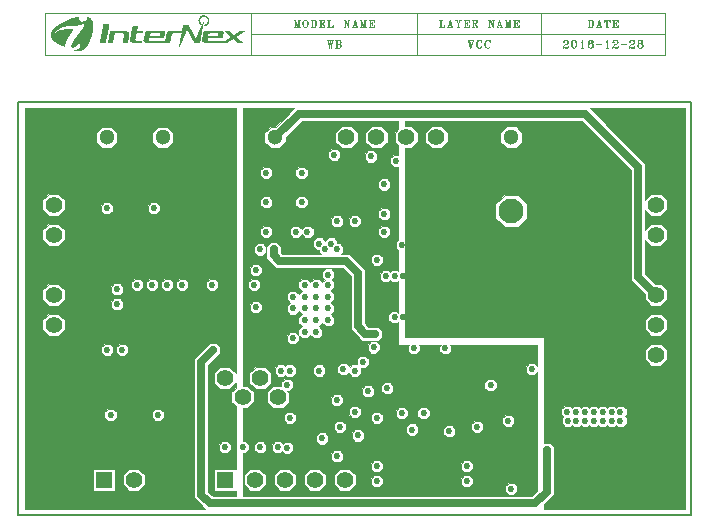
<source format=gbr>
%MOMM*%
%FSLAX33Y33*%
%ADD10C,0.203200*%
%ADD15C,0.070000*%
%ADD20C,1.400000*%
%ADD134C,3.800000*%
%ADD135R,1.400000X1.400000*%
%ADD136C,1.300000*%
%ADD137C,2.100000*%
%ADD138C,0.100000*%
%ADD154C,0.700000*%
%ADD186C,0.530000*%
G90*G71*G01*D02*G54D10*X000000Y000000D02*X057000Y000000D01*X057000Y035000D01*
X000000Y035000D01*X000000Y000000D01*D02*G54D15*X019750Y042500D02*
X002250Y042500D01*X002250Y039000D01*X019750Y039000D01*X019750Y040750D02*
X054750Y040750D01*X033750Y042500D02*X033750Y039000D01*X019750Y042500D02*
X054750Y042500D01*X054750Y039000D02*X019750Y039000D01*X019750Y042500D02*
X019750Y039000D01*X054750Y042500D02*X054750Y039000D01*X044250Y042500D02*
X044250Y039000D01*X046154Y040098D02*X046154Y040066D01*X046186Y040066D01*
X046186Y040098D01*X046154Y040098D01*X046154Y040130D02*X046186Y040130D01*
X046218Y040098D01*X046218Y040066D01*X046186Y040034D01*X046154Y040034D01*
X046123Y040066D01*X046123Y040098D01*X046154Y040161D01*X046186Y040193D01*
X046282Y040214D01*X046414Y040214D01*X046509Y040193D01*X046541Y040161D01*
X046578Y040098D01*X046578Y040034D01*X046541Y039981D01*X046446Y039917D01*
X046282Y039854D01*X046218Y039822D01*X046154Y039758D01*X046123Y039673D01*
X046123Y039578D01*X046509Y040161D02*X046541Y040098D01*X046541Y040034D01*
X046509Y039981D01*X046414Y040214D02*X046477Y040193D01*X046509Y040098D01*
X046509Y040034D01*X046477Y039981D01*X046414Y039917D01*X046282Y039854D01*
X046123Y039642D02*X046154Y039673D01*X046218Y039673D01*X046377Y039642D01*
X046509Y039642D01*X046578Y039673D01*X046218Y039673D02*X046377Y039610D01*
X046509Y039610D01*X046541Y039642D01*X046218Y039673D02*X046377Y039578D01*
X046509Y039578D01*X046541Y039610D01*X046578Y039673D01*X046578Y039727D01*
X047014Y040214D02*X046918Y040193D01*X046854Y040098D01*X046823Y039949D01*
X046823Y039854D01*X046854Y039705D01*X046918Y039610D01*X047014Y039578D01*
X047082Y039578D01*X047177Y039610D01*X047241Y039705D01*X047278Y039854D01*
X047278Y039949D01*X047241Y040098D01*X047177Y040193D01*X047082Y040214D01*
X047014Y040214D01*X046918Y040161D02*X046886Y040098D01*X046854Y039981D01*
X046854Y039822D01*X046886Y039705D01*X046918Y039642D01*X047177Y039642D02*
X047209Y039705D01*X047241Y039822D01*X047241Y039981D01*X047209Y040098D01*
X047177Y040161D01*X047014Y040214D02*X046950Y040193D01*X046918Y040130D01*
X046886Y039981D01*X046886Y039822D01*X046918Y039673D01*X046950Y039610D01*
X047014Y039578D01*X047082Y039578D02*X047146Y039610D01*X047177Y039673D01*
X047209Y039822D01*X047209Y039981D01*X047177Y040130D01*X047146Y040193D01*
X047082Y040214D01*X047727Y040161D02*X047727Y039578D01*X047745Y040161D02*
X047745Y039610D01*X047759Y040214D02*X047759Y039578D01*X047759Y040214D02*
X047714Y040130D01*X047686Y040098D01*X047673Y039578D02*X047818Y039578D01*
X047727Y039610D02*X047700Y039578D01*X047727Y039642D02*X047714Y039578D01*
X047759Y039642D02*X047773Y039578D01*X047759Y039610D02*X047786Y039578D01*
X048577Y040130D02*X048577Y040098D01*X048609Y040098D01*X048609Y040130D01*
X048577Y040130D01*X048609Y040161D02*X048577Y040161D01*X048546Y040130D01*
X048546Y040098D01*X048577Y040066D01*X048609Y040066D01*X048641Y040098D01*
X048641Y040130D01*X048609Y040193D01*X048546Y040214D01*X048450Y040214D01*
X048350Y040193D01*X048286Y040130D01*X048254Y040066D01*X048223Y039949D01*
X048223Y039758D01*X048254Y039673D01*X048318Y039610D01*X048414Y039578D01*
X048482Y039578D01*X048577Y039610D01*X048641Y039673D01*X048678Y039758D01*
X048678Y039790D01*X048641Y039886D01*X048577Y039949D01*X048482Y039981D01*
X048414Y039981D01*X048350Y039949D01*X048318Y039917D01*X048286Y039854D01*
X048318Y040130D02*X048286Y040066D01*X048254Y039949D01*X048254Y039758D01*
X048286Y039673D01*X048318Y039642D01*X048609Y039673D02*X048641Y039727D01*
X048641Y039822D01*X048609Y039886D01*X048450Y040214D02*X048382Y040193D01*
X048350Y040161D01*X048318Y040098D01*X048286Y039981D01*X048286Y039758D01*
X048318Y039673D01*X048350Y039610D01*X048414Y039578D01*X048482Y039578D02*
X048546Y039610D01*X048577Y039642D01*X048609Y039727D01*X048609Y039822D01*
X048577Y039917D01*X048546Y039949D01*X048482Y039981D01*X048923Y039886D02*
X049378Y039886D01*X049378Y039854D01*X048923Y039886D02*X048923Y039854D01*
X049378Y039854D01*X049827Y040161D02*X049827Y039578D01*X049845Y040161D02*
X049845Y039610D01*X049859Y040214D02*X049859Y039578D01*X049859Y040214D02*
X049814Y040130D01*X049786Y040098D01*X049773Y039578D02*X049918Y039578D01*
X049827Y039610D02*X049800Y039578D01*X049827Y039642D02*X049814Y039578D01*
X049859Y039642D02*X049873Y039578D01*X049859Y039610D02*X049886Y039578D01*
X050354Y040098D02*X050354Y040066D01*X050386Y040066D01*X050386Y040098D01*
X050354Y040098D01*X050354Y040130D02*X050386Y040130D01*X050418Y040098D01*
X050418Y040066D01*X050386Y040034D01*X050354Y040034D01*X050322Y040066D01*
X050322Y040098D01*X050354Y040161D01*X050386Y040193D01*X050482Y040214D01*
X050614Y040214D01*X050709Y040193D01*X050741Y040161D01*X050777Y040098D01*
X050777Y040034D01*X050741Y039981D01*X050646Y039917D01*X050482Y039854D01*
X050418Y039822D01*X050354Y039758D01*X050322Y039673D01*X050322Y039578D01*
X050709Y040161D02*X050741Y040098D01*X050741Y040034D01*X050709Y039981D01*
X050614Y040214D02*X050677Y040193D01*X050709Y040098D01*X050709Y040034D01*
X050677Y039981D01*X050614Y039917D01*X050482Y039854D01*X050322Y039642D02*
X050354Y039673D01*X050418Y039673D01*X050577Y039642D01*X050709Y039642D01*
X050777Y039673D01*X050418Y039673D02*X050577Y039610D01*X050709Y039610D01*
X050741Y039642D01*X050418Y039673D02*X050577Y039578D01*X050709Y039578D01*
X050741Y039610D01*X050777Y039673D01*X050777Y039727D01*X051022Y039886D02*
X051477Y039886D01*X051477Y039854D01*X051022Y039886D02*X051022Y039854D01*
X051477Y039854D01*X051754Y040098D02*X051754Y040066D01*X051786Y040066D01*
X051786Y040098D01*X051754Y040098D01*X051754Y040130D02*X051786Y040130D01*
X051818Y040098D01*X051818Y040066D01*X051786Y040034D01*X051754Y040034D01*
X051722Y040066D01*X051722Y040098D01*X051754Y040161D01*X051786Y040193D01*
X051882Y040214D01*X052014Y040214D01*X052109Y040193D01*X052141Y040161D01*
X052177Y040098D01*X052177Y040034D01*X052141Y039981D01*X052046Y039917D01*
X051882Y039854D01*X051818Y039822D01*X051754Y039758D01*X051722Y039673D01*
X051722Y039578D01*X052109Y040161D02*X052141Y040098D01*X052141Y040034D01*
X052109Y039981D01*X052014Y040214D02*X052077Y040193D01*X052109Y040098D01*
X052109Y040034D01*X052077Y039981D01*X052014Y039917D01*X051882Y039854D01*
X051722Y039642D02*X051754Y039673D01*X051818Y039673D01*X051977Y039642D01*
X052109Y039642D01*X052177Y039673D01*X051818Y039673D02*X051977Y039610D01*
X052109Y039610D01*X052141Y039642D01*X051818Y039673D02*X051977Y039578D01*
X052109Y039578D01*X052141Y039610D01*X052177Y039673D01*X052177Y039727D01*
X052582Y040214D02*X052486Y040193D01*X052454Y040130D01*X052454Y040034D01*
X052486Y039981D01*X052582Y039949D01*X052714Y039949D01*X052809Y039981D01*
X052841Y040034D01*X052841Y040130D01*X052809Y040193D01*X052714Y040214D01*
X052582Y040214D01*X052518Y040193D02*X052486Y040130D01*X052486Y040034D01*
X052518Y039981D01*X052777Y039981D02*X052809Y040034D01*X052809Y040130D01*
X052777Y040193D01*X052582Y040214D02*X052550Y040193D01*X052518Y040130D01*
X052518Y040034D01*X052550Y039981D01*X052582Y039949D01*X052714Y039949D02*
X052746Y039981D01*X052777Y040034D01*X052777Y040130D01*X052746Y040193D01*
X052714Y040214D01*X052582Y039949D02*X052486Y039917D01*X052454Y039886D01*
X052422Y039822D01*X052422Y039705D01*X052454Y039642D01*X052486Y039610D01*
X052582Y039578D01*X052714Y039578D01*X052809Y039610D01*X052841Y039642D01*
X052877Y039705D01*X052877Y039822D01*X052841Y039886D01*X052809Y039917D01*
X052714Y039949D01*X052486Y039886D02*X052454Y039822D01*X052454Y039705D01*
X052486Y039642D01*X052809Y039642D02*X052841Y039705D01*X052841Y039822D01*
X052809Y039886D01*X052582Y039949D02*X052518Y039917D01*X052486Y039822D01*
X052486Y039705D01*X052518Y039610D01*X052582Y039578D01*X052714Y039578D02*
X052777Y039610D01*X052809Y039705D01*X052809Y039822D01*X052777Y039917D01*
X052714Y039949D01*X048300Y041964D02*X048300Y041328D01*X048327Y041943D02*
X048327Y041360D01*X048354Y041964D02*X048354Y041328D01*X048223Y041964D02*
X048486Y041964D01*X048568Y041943D01*X048623Y041880D01*X048650Y041816D01*
X048678Y041731D01*X048678Y041572D01*X048650Y041477D01*X048623Y041423D01*
X048568Y041360D01*X048486Y041328D01*X048223Y041328D01*X048596Y041880D02*
X048623Y041816D01*X048650Y041731D01*X048650Y041572D01*X048623Y041477D01*
X048596Y041423D01*X048486Y041964D02*X048541Y041943D01*X048596Y041848D01*
X048623Y041731D01*X048623Y041572D01*X048596Y041455D01*X048541Y041360D01*
X048486Y041328D01*X048245Y041964D02*X048300Y041943D01*X048273Y041964D02*
X048300Y041911D01*X048382Y041964D02*X048354Y041911D01*X048409Y041964D02*
X048354Y041943D01*X048300Y041360D02*X048245Y041328D01*X048300Y041392D02*
X048273Y041328D01*X048354Y041392D02*X048382Y041328D01*X048354Y041360D02*
X048409Y041328D01*X049150Y041964D02*X048973Y041360D01*X049123Y041880D02*
X049273Y041328D01*X049150Y041880D02*X049300Y041328D01*X049150Y041964D02*
X049323Y041328D01*X049023Y041508D02*X049250Y041508D01*X048923Y041328D02*
X049073Y041328D01*X049200Y041328D02*X049378Y041328D01*X048973Y041360D02*
X048945Y041328D01*X048973Y041360D02*X049023Y041328D01*X049273Y041360D02*
X049223Y041328D01*X049273Y041392D02*X049250Y041328D01*X049300Y041392D02*
X049350Y041328D01*X049623Y041964D02*X049623Y041784D01*X049818Y041964D02*
X049818Y041328D01*X049850Y041943D02*X049850Y041360D01*X049877Y041964D02*
X049877Y041328D01*X050077Y041964D02*X050077Y041784D01*X049623Y041964D02*
X050077Y041964D01*X049736Y041328D02*X049959Y041328D01*X049650Y041964D02*
X049623Y041784D01*X049677Y041964D02*X049623Y041880D01*X049704Y041964D02*
X049623Y041911D01*X049764Y041964D02*X049623Y041943D01*X049932Y041964D02*
X050077Y041943D01*X049991Y041964D02*X050077Y041911D01*X050018Y041964D02*
X050077Y041880D01*X050046Y041964D02*X050077Y041784D01*X049818Y041360D02*
X049764Y041328D01*X049818Y041392D02*X049791Y041328D01*X049877Y041392D02*
X049905Y041328D01*X049877Y041360D02*X049932Y041328D01*X050404Y041964D02*
X050404Y041328D01*X050432Y041943D02*X050432Y041360D01*X050464Y041964D02*
X050464Y041328D01*X050322Y041964D02*X050777Y041964D01*X050777Y041784D01*
X050464Y041667D02*X050632Y041667D01*X050632Y041784D02*X050632Y041540D01*
X050322Y041328D02*X050777Y041328D01*X050777Y041508D01*X050350Y041964D02*
X050404Y041943D01*X050377Y041964D02*X050404Y041911D01*X050491Y041964D02*
X050464Y041911D01*X050518Y041964D02*X050464Y041943D01*X050632Y041964D02*
X050777Y041943D01*X050691Y041964D02*X050777Y041911D01*X050718Y041964D02*
X050777Y041880D01*X050746Y041964D02*X050777Y041784D01*X050632Y041784D02*
X050605Y041667D01*X050632Y041540D01*X050632Y041731D02*X050577Y041667D01*
X050632Y041604D01*X050632Y041699D02*X050518Y041667D01*X050632Y041636D01*
X050404Y041360D02*X050350Y041328D01*X050404Y041392D02*X050377Y041328D01*
X050464Y041392D02*X050491Y041328D01*X050464Y041360D02*X050518Y041328D01*
X050632Y041328D02*X050777Y041360D01*X050691Y041328D02*X050777Y041392D01*
X050718Y041328D02*X050777Y041423D01*X050746Y041328D02*X050777Y041508D01*
X035714Y041964D02*X035714Y041328D01*X035741Y041943D02*X035741Y041360D01*
X035773Y041964D02*X035773Y041328D01*X035623Y041964D02*X035864Y041964D01*
X035623Y041328D02*X036078Y041328D01*X036078Y041508D01*X035650Y041964D02*
X035714Y041943D01*X035682Y041964D02*X035714Y041911D01*X035805Y041964D02*
X035773Y041911D01*X035832Y041964D02*X035773Y041943D01*X035714Y041360D02*
X035650Y041328D01*X035714Y041392D02*X035682Y041328D01*X035773Y041392D02*
X035805Y041328D01*X035773Y041360D02*X035832Y041328D01*X035923Y041328D02*
X036078Y041360D01*X035982Y041328D02*X036078Y041392D01*X036014Y041328D02*
X036078Y041423D01*X036046Y041328D02*X036078Y041508D01*X036550Y041964D02*
X036373Y041360D01*X036523Y041880D02*X036673Y041328D01*X036550Y041880D02*
X036700Y041328D01*X036550Y041964D02*X036723Y041328D01*X036423Y041508D02*
X036650Y041508D01*X036323Y041328D02*X036473Y041328D01*X036600Y041328D02*
X036778Y041328D01*X036373Y041360D02*X036345Y041328D01*X036373Y041360D02*
X036423Y041328D01*X036673Y041360D02*X036623Y041328D01*X036673Y041392D02*
X036650Y041328D01*X036700Y041392D02*X036750Y041328D01*X037068Y041964D02*
X037223Y041636D01*X037223Y041328D01*X037091Y041964D02*X037245Y041636D01*
X037245Y041360D01*X037109Y041964D02*X037273Y041636D01*X037273Y041328D01*
X037405Y041943D02*X037273Y041636D01*X037023Y041964D02*X037182Y041964D01*
X037336Y041964D02*X037478Y041964D01*X037159Y041328D02*X037336Y041328D01*
X037045Y041964D02*X037091Y041943D01*X037159Y041964D02*X037109Y041943D01*
X037364Y041964D02*X037405Y041943D01*X037450Y041964D02*X037405Y041943D01*
X037223Y041360D02*X037182Y041328D01*X037223Y041392D02*X037200Y041328D01*
X037273Y041392D02*X037291Y041328D01*X037273Y041360D02*X037314Y041328D01*
X037804Y041964D02*X037804Y041328D01*X037832Y041943D02*X037832Y041360D01*
X037864Y041964D02*X037864Y041328D01*X037723Y041964D02*X038178Y041964D01*
X038178Y041784D01*X037864Y041667D02*X038032Y041667D01*X038032Y041784D02*
X038032Y041540D01*X037723Y041328D02*X038178Y041328D01*X038178Y041508D01*
X037750Y041964D02*X037804Y041943D01*X037777Y041964D02*X037804Y041911D01*
X037891Y041964D02*X037864Y041911D01*X037918Y041964D02*X037864Y041943D01*
X038032Y041964D02*X038178Y041943D01*X038091Y041964D02*X038178Y041911D01*
X038118Y041964D02*X038178Y041880D01*X038146Y041964D02*X038178Y041784D01*
X038032Y041784D02*X038005Y041667D01*X038032Y041540D01*X038032Y041731D02*
X037977Y041667D01*X038032Y041604D01*X038032Y041699D02*X037918Y041667D01*
X038032Y041636D01*X037804Y041360D02*X037750Y041328D01*X037804Y041392D02*
X037777Y041328D01*X037864Y041392D02*X037891Y041328D01*X037864Y041360D02*
X037918Y041328D01*X038032Y041328D02*X038178Y041360D01*X038091Y041328D02*
X038178Y041392D01*X038118Y041328D02*X038178Y041423D01*X038146Y041328D02*
X038178Y041508D01*X038495Y041964D02*X038495Y041328D01*X038523Y041943D02*
X038523Y041360D01*X038545Y041964D02*X038545Y041328D01*X038423Y041964D02*
X038723Y041964D01*X038800Y041943D01*X038823Y041911D01*X038850Y041848D01*
X038850Y041784D01*X038823Y041731D01*X038800Y041699D01*X038723Y041667D01*
X038545Y041667D01*X038800Y041911D02*X038823Y041848D01*X038823Y041784D01*
X038800Y041731D01*X038723Y041964D02*X038773Y041943D01*X038800Y041880D01*
X038800Y041752D01*X038773Y041699D01*X038723Y041667D01*X038645Y041667D02*
X038700Y041636D01*X038723Y041572D01*X038773Y041392D01*X038800Y041328D01*
X038850Y041328D01*X038878Y041392D01*X038878Y041455D01*X038773Y041455D02*
X038800Y041392D01*X038823Y041360D01*X038850Y041360D01*X038700Y041636D02*
X038723Y041604D01*X038800Y041423D01*X038823Y041392D01*X038850Y041392D01*
X038878Y041423D01*X038423Y041328D02*X038623Y041328D01*X038445Y041964D02*
X038495Y041943D01*X038473Y041964D02*X038495Y041911D01*X038573Y041964D02*
X038545Y041911D01*X038595Y041964D02*X038545Y041943D01*X038495Y041360D02*
X038445Y041328D01*X038495Y041392D02*X038473Y041328D01*X038545Y041392D02*
X038573Y041328D01*X038545Y041360D02*X038595Y041328D01*X039886Y041964D02*
X039886Y041360D01*X039886Y041964D02*X040205Y041328D01*X039913Y041964D02*
X040182Y041423D01*X039932Y041964D02*X040205Y041423D01*X040205Y041943D02*
X040205Y041328D01*X039822Y041964D02*X039932Y041964D01*X040141Y041964D02*
X040277Y041964D01*X039822Y041328D02*X039954Y041328D01*X039841Y041964D02*
X039886Y041943D01*X040164Y041964D02*X040205Y041943D01*X040255Y041964D02*
X040205Y041943D01*X039886Y041360D02*X039841Y041328D01*X039886Y041360D02*
X039932Y041328D01*X040750Y041964D02*X040573Y041360D01*X040723Y041880D02*
X040873Y041328D01*X040750Y041880D02*X040900Y041328D01*X040750Y041964D02*
X040923Y041328D01*X040623Y041508D02*X040850Y041508D01*X040522Y041328D02*
X040673Y041328D01*X040800Y041328D02*X040977Y041328D01*X040573Y041360D02*
X040545Y041328D01*X040573Y041360D02*X040623Y041328D01*X040873Y041360D02*
X040823Y041328D01*X040873Y041392D02*X040850Y041328D01*X040900Y041392D02*
X040950Y041328D01*X041282Y041964D02*X041282Y041360D01*X041282Y041964D02*
X041427Y041328D01*X041304Y041964D02*X041427Y041423D01*X041323Y041964D02*
X041445Y041423D01*X041573Y041964D02*X041427Y041328D01*X041573Y041964D02*
X041573Y041328D01*X041591Y041943D02*X041591Y041360D01*X041614Y041964D02*
X041614Y041328D01*X041222Y041964D02*X041323Y041964D01*X041573Y041964D02*
X041677Y041964D01*X041222Y041328D02*X041345Y041328D01*X041509Y041328D02*
X041677Y041328D01*X041241Y041964D02*X041282Y041943D01*X041632Y041964D02*
X041614Y041911D01*X041655Y041964D02*X041614Y041943D01*X041282Y041360D02*
X041241Y041328D01*X041282Y041360D02*X041323Y041328D01*X041573Y041360D02*
X041532Y041328D01*X041573Y041392D02*X041550Y041328D01*X041614Y041392D02*
X041632Y041328D01*X041614Y041360D02*X041655Y041328D01*X042004Y041964D02*
X042004Y041328D01*X042032Y041943D02*X042032Y041360D01*X042064Y041964D02*
X042064Y041328D01*X041922Y041964D02*X042377Y041964D01*X042377Y041784D01*
X042064Y041667D02*X042232Y041667D01*X042232Y041784D02*X042232Y041540D01*
X041922Y041328D02*X042377Y041328D01*X042377Y041508D01*X041950Y041964D02*
X042004Y041943D01*X041977Y041964D02*X042004Y041911D01*X042091Y041964D02*
X042064Y041911D01*X042118Y041964D02*X042064Y041943D01*X042232Y041964D02*
X042377Y041943D01*X042291Y041964D02*X042377Y041911D01*X042318Y041964D02*
X042377Y041880D01*X042346Y041964D02*X042377Y041784D01*X042232Y041784D02*
X042205Y041667D01*X042232Y041540D01*X042232Y041731D02*X042177Y041667D01*
X042232Y041604D01*X042232Y041699D02*X042118Y041667D01*X042232Y041636D01*
X042004Y041360D02*X041950Y041328D01*X042004Y041392D02*X041977Y041328D01*
X042064Y041392D02*X042091Y041328D01*X042064Y041360D02*X042118Y041328D01*
X042232Y041328D02*X042377Y041360D01*X042291Y041328D02*X042377Y041392D01*
X042318Y041328D02*X042377Y041423D01*X042346Y041328D02*X042377Y041508D01*
X023432Y041964D02*X023432Y041360D01*X023432Y041964D02*X023577Y041328D01*
X023454Y041964D02*X023577Y041423D01*X023473Y041964D02*X023596Y041423D01*
X023723Y041964D02*X023577Y041328D01*X023723Y041964D02*X023723Y041328D01*
X023741Y041943D02*X023741Y041360D01*X023764Y041964D02*X023764Y041328D01*
X023373Y041964D02*X023473Y041964D01*X023723Y041964D02*X023828Y041964D01*
X023373Y041328D02*X023495Y041328D01*X023659Y041328D02*X023828Y041328D01*
X023391Y041964D02*X023432Y041943D01*X023782Y041964D02*X023764Y041911D01*
X023805Y041964D02*X023764Y041943D01*X023432Y041360D02*X023391Y041328D01*
X023432Y041360D02*X023473Y041328D01*X023723Y041360D02*X023682Y041328D01*
X023723Y041392D02*X023700Y041328D01*X023764Y041392D02*X023782Y041328D01*
X023764Y041360D02*X023805Y041328D01*X024268Y041964D02*X024186Y041943D01*
X024127Y041880D01*X024100Y041816D01*X024073Y041699D01*X024073Y041604D01*
X024100Y041477D01*X024127Y041423D01*X024186Y041360D01*X024268Y041328D01*
X024327Y041328D01*X024414Y041360D01*X024468Y041423D01*X024496Y041477D01*
X024528Y041604D01*X024528Y041699D01*X024496Y041816D01*X024468Y041880D01*
X024414Y041943D01*X024327Y041964D01*X024268Y041964D01*X024154Y041880D02*
X024127Y041816D01*X024100Y041731D01*X024100Y041572D01*X024127Y041477D01*
X024154Y041423D01*X024441Y041423D02*X024468Y041477D01*X024496Y041572D01*
X024496Y041731D01*X024468Y041816D01*X024441Y041880D01*X024268Y041964D02*
X024214Y041943D01*X024154Y041848D01*X024127Y041731D01*X024127Y041572D01*
X024154Y041455D01*X024214Y041360D01*X024268Y041328D01*X024327Y041328D02*
X024382Y041360D01*X024441Y041455D01*X024468Y041572D01*X024468Y041731D01*
X024441Y041848D01*X024382Y041943D01*X024327Y041964D01*X024850Y041964D02*
X024850Y041328D01*X024877Y041943D02*X024877Y041360D01*X024904Y041964D02*
X024904Y041328D01*X024773Y041964D02*X025036Y041964D01*X025118Y041943D01*
X025173Y041880D01*X025200Y041816D01*X025228Y041731D01*X025228Y041572D01*
X025200Y041477D01*X025173Y041423D01*X025118Y041360D01*X025036Y041328D01*
X024773Y041328D01*X025146Y041880D02*X025173Y041816D01*X025200Y041731D01*
X025200Y041572D01*X025173Y041477D01*X025146Y041423D01*X025036Y041964D02*
X025091Y041943D01*X025146Y041848D01*X025173Y041731D01*X025173Y041572D01*
X025146Y041455D01*X025091Y041360D01*X025036Y041328D01*X024795Y041964D02*
X024850Y041943D01*X024823Y041964D02*X024850Y041911D01*X024932Y041964D02*
X024904Y041911D01*X024959Y041964D02*X024904Y041943D01*X024850Y041360D02*
X024795Y041328D01*X024850Y041392D02*X024823Y041328D01*X024904Y041392D02*
X024932Y041328D01*X024904Y041360D02*X024959Y041328D01*X025554Y041964D02*
X025554Y041328D01*X025582Y041943D02*X025582Y041360D01*X025614Y041964D02*
X025614Y041328D01*X025473Y041964D02*X025928Y041964D01*X025928Y041784D01*
X025614Y041667D02*X025782Y041667D01*X025782Y041784D02*X025782Y041540D01*
X025473Y041328D02*X025928Y041328D01*X025928Y041508D01*X025500Y041964D02*
X025554Y041943D01*X025527Y041964D02*X025554Y041911D01*X025641Y041964D02*
X025614Y041911D01*X025668Y041964D02*X025614Y041943D01*X025782Y041964D02*
X025928Y041943D01*X025841Y041964D02*X025928Y041911D01*X025868Y041964D02*
X025928Y041880D01*X025896Y041964D02*X025928Y041784D01*X025782Y041784D02*
X025755Y041667D01*X025782Y041540D01*X025782Y041731D02*X025727Y041667D01*
X025782Y041604D01*X025782Y041699D02*X025668Y041667D01*X025782Y041636D01*
X025554Y041360D02*X025500Y041328D01*X025554Y041392D02*X025527Y041328D01*
X025614Y041392D02*X025641Y041328D01*X025614Y041360D02*X025668Y041328D01*
X025782Y041328D02*X025928Y041360D01*X025841Y041328D02*X025928Y041392D01*
X025868Y041328D02*X025928Y041423D01*X025896Y041328D02*X025928Y041508D01*
X026264Y041964D02*X026264Y041328D01*X026291Y041943D02*X026291Y041360D01*
X026323Y041964D02*X026323Y041328D01*X026173Y041964D02*X026414Y041964D01*
X026173Y041328D02*X026628Y041328D01*X026628Y041508D01*X026200Y041964D02*
X026264Y041943D01*X026232Y041964D02*X026264Y041911D01*X026355Y041964D02*
X026323Y041911D01*X026382Y041964D02*X026323Y041943D01*X026264Y041360D02*
X026200Y041328D01*X026264Y041392D02*X026232Y041328D01*X026323Y041392D02*
X026355Y041328D01*X026323Y041360D02*X026382Y041328D01*X026473Y041328D02*
X026628Y041360D01*X026532Y041328D02*X026628Y041392D01*X026564Y041328D02*
X026628Y041423D01*X026596Y041328D02*X026628Y041508D01*X027636Y041964D02*
X027636Y041360D01*X027636Y041964D02*X027955Y041328D01*X027663Y041964D02*
X027932Y041423D01*X027682Y041964D02*X027955Y041423D01*X027955Y041943D02*
X027955Y041328D01*X027572Y041964D02*X027682Y041964D01*X027891Y041964D02*
X028027Y041964D01*X027572Y041328D02*X027704Y041328D01*X027591Y041964D02*
X027636Y041943D01*X027914Y041964D02*X027955Y041943D01*X028005Y041964D02*
X027955Y041943D01*X027636Y041360D02*X027591Y041328D01*X027636Y041360D02*
X027682Y041328D01*X028500Y041964D02*X028323Y041360D01*X028473Y041880D02*
X028623Y041328D01*X028500Y041880D02*X028650Y041328D01*X028500Y041964D02*
X028673Y041328D01*X028373Y041508D02*X028600Y041508D01*X028272Y041328D02*
X028423Y041328D01*X028550Y041328D02*X028727Y041328D01*X028323Y041360D02*
X028295Y041328D01*X028323Y041360D02*X028373Y041328D01*X028623Y041360D02*
X028573Y041328D01*X028623Y041392D02*X028600Y041328D01*X028650Y041392D02*
X028700Y041328D01*X029032Y041964D02*X029032Y041360D01*X029032Y041964D02*
X029177Y041328D01*X029054Y041964D02*X029177Y041423D01*X029073Y041964D02*
X029195Y041423D01*X029323Y041964D02*X029177Y041328D01*X029323Y041964D02*
X029323Y041328D01*X029341Y041943D02*X029341Y041360D01*X029364Y041964D02*
X029364Y041328D01*X028972Y041964D02*X029073Y041964D01*X029323Y041964D02*
X029427Y041964D01*X028972Y041328D02*X029095Y041328D01*X029259Y041328D02*
X029427Y041328D01*X028991Y041964D02*X029032Y041943D01*X029382Y041964D02*
X029364Y041911D01*X029405Y041964D02*X029364Y041943D01*X029032Y041360D02*
X028991Y041328D01*X029032Y041360D02*X029073Y041328D01*X029323Y041360D02*
X029282Y041328D01*X029323Y041392D02*X029300Y041328D01*X029364Y041392D02*
X029382Y041328D01*X029364Y041360D02*X029405Y041328D01*X029754Y041964D02*
X029754Y041328D01*X029782Y041943D02*X029782Y041360D01*X029814Y041964D02*
X029814Y041328D01*X029672Y041964D02*X030127Y041964D01*X030127Y041784D01*
X029814Y041667D02*X029982Y041667D01*X029982Y041784D02*X029982Y041540D01*
X029672Y041328D02*X030127Y041328D01*X030127Y041508D01*X029700Y041964D02*
X029754Y041943D01*X029727Y041964D02*X029754Y041911D01*X029841Y041964D02*
X029814Y041911D01*X029868Y041964D02*X029814Y041943D01*X029982Y041964D02*
X030127Y041943D01*X030041Y041964D02*X030127Y041911D01*X030068Y041964D02*
X030127Y041880D01*X030096Y041964D02*X030127Y041784D01*X029982Y041784D02*
X029955Y041667D01*X029982Y041540D01*X029982Y041731D02*X029927Y041667D01*
X029982Y041604D01*X029982Y041699D02*X029868Y041667D01*X029982Y041636D01*
X029754Y041360D02*X029700Y041328D01*X029754Y041392D02*X029727Y041328D01*
X029814Y041392D02*X029841Y041328D01*X029814Y041360D02*X029868Y041328D01*
X029982Y041328D02*X030127Y041360D01*X030041Y041328D02*X030127Y041392D01*
X030068Y041328D02*X030127Y041423D01*X030096Y041328D02*X030127Y041508D01*
X026232Y040214D02*X026314Y039578D01*X026254Y040214D02*X026314Y039727D01*
X026314Y039578D01*X026273Y040214D02*X026336Y039727D01*X026400Y040214D02*
X026336Y039727D01*X026314Y039578D01*X026400Y040214D02*X026482Y039578D01*
X026418Y040214D02*X026482Y039727D01*X026482Y039578D01*X026441Y040214D02*
X026500Y039727D01*X026564Y040193D02*X026500Y039727D01*X026482Y039578D01*
X026173Y040214D02*X026336Y040214D01*X026400Y040214D02*X026441Y040214D01*
X026500Y040214D02*X026628Y040214D01*X026191Y040214D02*X026254Y040193D01*
X026213Y040214D02*X026254Y040161D01*X026295Y040214D02*X026273Y040161D01*
X026314Y040214D02*X026273Y040193D01*X026523Y040214D02*X026564Y040193D01*
X026605Y040214D02*X026564Y040193D01*X026950Y040214D02*X026950Y039578D01*
X026977Y040193D02*X026977Y039610D01*X027004Y040214D02*X027004Y039578D01*
X026873Y040214D02*X027191Y040214D01*X027273Y040193D01*X027296Y040161D01*
X027327Y040098D01*X027327Y040034D01*X027296Y039981D01*X027273Y039949D01*
X027191Y039917D01*X027273Y040161D02*X027296Y040098D01*X027296Y040034D01*
X027273Y039981D01*X027191Y040214D02*X027246Y040193D01*X027273Y040130D01*
X027273Y040002D01*X027246Y039949D01*X027191Y039917D01*X027004Y039917D02*
X027191Y039917D01*X027273Y039886D01*X027296Y039854D01*X027327Y039790D01*
X027327Y039705D01*X027296Y039642D01*X027273Y039610D01*X027191Y039578D01*
X026873Y039578D01*X027273Y039854D02*X027296Y039790D01*X027296Y039705D01*
X027273Y039642D01*X027191Y039917D02*X027246Y039886D01*X027273Y039822D01*
X027273Y039673D01*X027246Y039610D01*X027191Y039578D01*X026895Y040214D02*
X026950Y040193D01*X026923Y040214D02*X026950Y040161D01*X027032Y040214D02*
X027004Y040161D01*X027059Y040214D02*X027004Y040193D01*X026950Y039610D02*
X026895Y039578D01*X026950Y039642D02*X026923Y039578D01*X027004Y039642D02*
X027032Y039578D01*X027004Y039610D02*X027059Y039578D01*X038123Y040214D02*
X038300Y039578D01*X038145Y040214D02*X038300Y039673D01*X038300Y039578D01*
X038173Y040214D02*X038323Y039673D01*X038473Y040193D02*X038300Y039578D01*
X038073Y040214D02*X038245Y040214D01*X038373Y040214D02*X038528Y040214D01*
X038095Y040214D02*X038145Y040161D01*X038195Y040214D02*X038173Y040161D01*
X038223Y040214D02*X038173Y040193D01*X038423Y040214D02*X038473Y040193D01*
X038500Y040214D02*X038473Y040193D01*X039196Y040130D02*X039228Y040214D01*
X039228Y040034D01*X039196Y040130D01*X039132Y040193D01*X039073Y040214D01*
X038982Y040214D01*X038891Y040193D01*X038832Y040130D01*X038800Y040066D01*
X038773Y039981D01*X038773Y039822D01*X038800Y039727D01*X038832Y039673D01*
X038891Y039610D01*X038982Y039578D01*X039073Y039578D01*X039132Y039610D01*
X039196Y039673D01*X039228Y039727D01*X038859Y040130D02*X038832Y040066D01*
X038800Y039981D01*X038800Y039822D01*X038832Y039727D01*X038859Y039673D01*
X038982Y040214D02*X038923Y040193D01*X038859Y040098D01*X038832Y039981D01*
X038832Y039822D01*X038859Y039705D01*X038923Y039610D01*X038982Y039578D01*
X039896Y040130D02*X039927Y040214D01*X039927Y040034D01*X039896Y040130D01*
X039832Y040193D01*X039773Y040214D01*X039682Y040214D01*X039591Y040193D01*
X039532Y040130D01*X039500Y040066D01*X039473Y039981D01*X039473Y039822D01*
X039500Y039727D01*X039532Y039673D01*X039591Y039610D01*X039682Y039578D01*
X039773Y039578D01*X039832Y039610D01*X039896Y039673D01*X039927Y039727D01*
X039559Y040130D02*X039532Y040066D01*X039500Y039981D01*X039500Y039822D01*
X039532Y039727D01*X039559Y039673D01*X039682Y040214D02*X039623Y040193D01*
X039559Y040098D01*X039532Y039981D01*X039532Y039822D01*X039559Y039705D01*
X039623Y039610D01*X039682Y039578D01*X000000Y000000D02*D02*G54D20*
X009790Y003000D03*X012330Y003000D03*X020040Y003000D03*X022580Y003000D03*
X025120Y003000D03*X027660Y003000D03*X003000Y011040D03*X017500Y011625D03*
X022000Y010000D03*X020500Y011625D03*X019000Y010000D03*X054000Y011040D03*
X003000Y013580D03*X054000Y013580D03*X003000Y016120D03*X054000Y016120D03*
X003000Y018660D03*X054000Y018660D03*X003000Y021200D03*X003000Y023740D03*
X054000Y021200D03*X054000Y023740D03*X003000Y026280D03*X054000Y026280D03*
X030330Y032000D03*X027790Y032000D03*X032870Y032000D03*X035410Y032000D03*
X037950Y032000D03*D02*G54D134*X003000Y003000D03*X054000Y003000D03*
X003000Y032000D03*X054000Y032000D03*D02*G54D135*X007250Y003000D03*
X017500Y003000D03*X003000Y008500D03*X054000Y008500D03*X025250Y032000D03*D02*
G54D136*X043000Y005750D03*X007500Y032000D03*X012250Y032000D03*X017000Y032000D03*
X021750Y032000D03*X041750Y032000D03*X047000Y032000D03*D02*G54D137*
X039210Y023210D03*X044290Y023210D03*X041750Y025750D03*X039210Y028290D03*
X044290Y028290D03*D02*G54D138*X032800Y015050D02*X044550Y015050D01*
X044550Y015050D02*X044550Y006100D01*X044550Y006100D02*X044999Y006100D01*
X044999Y006100D02*X045350Y005749D01*X045350Y005749D02*X045350Y001751D01*
X045350Y001751D02*X044550Y000951D01*X044550Y000951D02*X044550Y000550D01*
X044550Y000550D02*X056450Y000550D01*X056450Y000550D02*X056450Y034450D01*
X056450Y034450D02*X048399Y034450D01*X048399Y034450D02*X053100Y029749D01*
X053100Y029749D02*X053100Y026724D01*X053100Y026724D02*X053607Y027230D01*
X053607Y027230D02*X054394Y027230D01*X054394Y027230D02*X054950Y026674D01*
X054950Y026674D02*X054950Y025887D01*X054950Y025887D02*X054394Y025330D01*
X054394Y025330D02*X053607Y025330D01*X053607Y025330D02*X053100Y025836D01*
X053100Y025836D02*X053100Y024184D01*X053100Y024184D02*X053607Y024690D01*
X053607Y024690D02*X054394Y024690D01*X054394Y024690D02*X054950Y024134D01*
X054950Y024134D02*X054950Y023347D01*X054950Y023347D02*X054394Y022790D01*
X054394Y022790D02*X053607Y022790D01*X053607Y022790D02*X053100Y023296D01*
X053100Y023296D02*X053100Y020409D01*X053100Y020409D02*X053899Y019610D01*
X053899Y019610D02*X054394Y019610D01*X054394Y019610D02*X054950Y019054D01*
X054950Y019054D02*X054950Y018267D01*X054950Y018267D02*X054394Y017710D01*
X054394Y017710D02*X053607Y017710D01*X053607Y017710D02*X053050Y018267D01*
X053050Y018267D02*X053050Y018761D01*X053050Y018761D02*X051900Y019911D01*
X051900Y019911D02*X051900Y029251D01*X051900Y029251D02*X047751Y033400D01*
X047751Y033400D02*X032800Y033400D01*X032800Y033400D02*X032800Y032950D01*
X032800Y032950D02*X033264Y032950D01*X033264Y032950D02*X033820Y032394D01*
X033820Y032394D02*X033820Y031607D01*X033820Y031607D02*X033264Y031050D01*
X033264Y031050D02*X032800Y031050D01*X032800Y031050D02*X032800Y015050D01*
X035017Y031050D02*X035804Y031050D01*X035804Y031050D02*X036360Y031607D01*
X036360Y031607D02*X036360Y032394D01*X036360Y032394D02*X035804Y032950D01*
X035804Y032950D02*X035017Y032950D01*X035017Y032950D02*X034460Y032394D01*
X034460Y032394D02*X034460Y031607D01*X034460Y031607D02*X035017Y031050D01*
X041357Y031050D02*X042144Y031050D01*X042144Y031050D02*X042700Y031607D01*
X042700Y031607D02*X042700Y032394D01*X042700Y032394D02*X042144Y032950D01*
X042144Y032950D02*X041357Y032950D01*X041357Y032950D02*X040800Y032394D01*
X040800Y032394D02*X040800Y031607D01*X040800Y031607D02*X041357Y031050D01*
X041191Y024400D02*X042309Y024400D01*X042309Y024400D02*X043100Y025191D01*
X043100Y025191D02*X043100Y026309D01*X043100Y026309D02*X042309Y027100D01*
X042309Y027100D02*X041191Y027100D01*X041191Y027100D02*X040400Y026309D01*
X040400Y026309D02*X040400Y025191D01*X040400Y025191D02*X041191Y024400D01*
X046159Y008363D02*X046010Y008213D01*X046010Y008213D02*X046010Y007787D01*
X046010Y007787D02*X046312Y007485D01*X046312Y007485D02*X046738Y007485D01*
X046738Y007485D02*X046888Y007634D01*X046888Y007634D02*X047037Y007485D01*
X047037Y007485D02*X047463Y007485D01*X047463Y007485D02*X047625Y007647D01*
X047625Y007647D02*X047787Y007485D01*X047787Y007485D02*X048213Y007485D01*
X048213Y007485D02*X048375Y007647D01*X048375Y007647D02*X048537Y007485D01*
X048537Y007485D02*X048963Y007485D01*X048963Y007485D02*X049125Y007647D01*
X049125Y007647D02*X049287Y007485D01*X049287Y007485D02*X049713Y007485D01*
X049713Y007485D02*X049875Y007647D01*X049875Y007647D02*X050037Y007485D01*
X050037Y007485D02*X050463Y007485D01*X050463Y007485D02*X050625Y007647D01*
X050625Y007647D02*X050787Y007485D01*X050787Y007485D02*X051213Y007485D01*
X051213Y007485D02*X051515Y007787D01*X051515Y007787D02*X051515Y008213D01*
X051515Y008213D02*X051353Y008375D01*X051353Y008375D02*X051515Y008537D01*
X051515Y008537D02*X051515Y008963D01*X051515Y008963D02*X051213Y009265D01*
X051213Y009265D02*X050787Y009265D01*X050787Y009265D02*X050625Y009103D01*
X050625Y009103D02*X050463Y009265D01*X050463Y009265D02*X050037Y009265D01*
X050037Y009265D02*X049875Y009103D01*X049875Y009103D02*X049713Y009265D01*
X049713Y009265D02*X049287Y009265D01*X049287Y009265D02*X049125Y009103D01*
X049125Y009103D02*X048963Y009265D01*X048963Y009265D02*X048537Y009265D01*
X048537Y009265D02*X048375Y009103D01*X048375Y009103D02*X048213Y009265D01*
X048213Y009265D02*X047787Y009265D01*X047787Y009265D02*X047625Y009103D01*
X047625Y009103D02*X047463Y009265D01*X047463Y009265D02*X047037Y009265D01*
X047037Y009265D02*X046875Y009103D01*X046875Y009103D02*X046713Y009265D01*
X046713Y009265D02*X046287Y009265D01*X046287Y009265D02*X045985Y008963D01*
X045985Y008963D02*X045985Y008537D01*X045985Y008537D02*X046159Y008363D01*
X053607Y015170D02*X054394Y015170D01*X054394Y015170D02*X054950Y015727D01*
X054950Y015727D02*X054950Y016514D01*X054950Y016514D02*X054394Y017070D01*
X054394Y017070D02*X053607Y017070D01*X053607Y017070D02*X053050Y016514D01*
X053050Y016514D02*X053050Y015727D01*X053050Y015727D02*X053607Y015170D01*
X053607Y012630D02*X054394Y012630D01*X054394Y012630D02*X054950Y013187D01*
X054950Y013187D02*X054950Y013974D01*X054950Y013974D02*X054394Y014530D01*
X054394Y014530D02*X053607Y014530D01*X053607Y014530D02*X053050Y013974D01*
X053050Y013974D02*X053050Y013187D01*X053050Y013187D02*X053607Y012630D01*
X000550Y000550D02*X015851Y000550D01*X015851Y000550D02*X014900Y001501D01*
X014900Y001501D02*X014900Y013249D01*X014900Y013249D02*X016251Y014600D01*
X016251Y014600D02*X016749Y014600D01*X016749Y014600D02*X017100Y014249D01*
X017100Y014249D02*X017100Y013751D01*X017100Y013751D02*X016100Y012751D01*
X016100Y012751D02*X016100Y001999D01*X016100Y001999D02*X016499Y001600D01*
X016499Y001600D02*X018450Y001600D01*X018450Y001600D02*X018450Y002050D01*
X018450Y002050D02*X016550Y002050D01*X016550Y002050D02*X016550Y003950D01*
X016550Y003950D02*X018450Y003950D01*X018450Y003950D02*X018450Y009207D01*
X018450Y009207D02*X018050Y009607D01*X018050Y009607D02*X018050Y010394D01*
X018050Y010394D02*X018450Y010794D01*X018450Y010794D02*X018450Y011232D01*
X018450Y011232D02*X017894Y010675D01*X017894Y010675D02*X017107Y010675D01*
X017107Y010675D02*X016550Y011232D01*X016550Y011232D02*X016550Y012019D01*
X016550Y012019D02*X017107Y012575D01*X017107Y012575D02*X017894Y012575D01*
X017894Y012575D02*X018450Y012019D01*X018450Y012019D02*X018450Y034450D01*
X018450Y034450D02*X000550Y034450D01*X000550Y034450D02*X000550Y000550D01*
X002607Y025330D02*X003394Y025330D01*X003394Y025330D02*X003950Y025887D01*
X003950Y025887D02*X003950Y026674D01*X003950Y026674D02*X003394Y027230D01*
X003394Y027230D02*X002607Y027230D01*X002607Y027230D02*X002050Y026674D01*
X002050Y026674D02*X002050Y025887D01*X002050Y025887D02*X002607Y025330D01*
X002607Y022790D02*X003394Y022790D01*X003394Y022790D02*X003950Y023347D01*
X003950Y023347D02*X003950Y024134D01*X003950Y024134D02*X003394Y024690D01*
X003394Y024690D02*X002607Y024690D01*X002607Y024690D02*X002050Y024134D01*
X002050Y024134D02*X002050Y023347D01*X002050Y023347D02*X002607Y022790D01*
X002607Y017710D02*X003394Y017710D01*X003394Y017710D02*X003950Y018267D01*
X003950Y018267D02*X003950Y019054D01*X003950Y019054D02*X003394Y019610D01*
X003394Y019610D02*X002607Y019610D01*X002607Y019610D02*X002050Y019054D01*
X002050Y019054D02*X002050Y018267D01*X002050Y018267D02*X002607Y017710D01*
X002607Y015170D02*X003394Y015170D01*X003394Y015170D02*X003950Y015727D01*
X003950Y015727D02*X003950Y016514D01*X003950Y016514D02*X003394Y017070D01*
X003394Y017070D02*X002607Y017070D01*X002607Y017070D02*X002050Y016514D01*
X002050Y016514D02*X002050Y015727D01*X002050Y015727D02*X002607Y015170D01*
X007127Y031100D02*X007873Y031100D01*X007873Y031100D02*X008400Y031627D01*
X008400Y031627D02*X008400Y032373D01*X008400Y032373D02*X007873Y032900D01*
X007873Y032900D02*X007127Y032900D01*X007127Y032900D02*X006600Y032373D01*
X006600Y032373D02*X006600Y031627D01*X006600Y031627D02*X007127Y031100D01*
X007287Y025485D02*X007713Y025485D01*X007713Y025485D02*X008015Y025787D01*
X008015Y025787D02*X008015Y026213D01*X008015Y026213D02*X007713Y026515D01*
X007713Y026515D02*X007287Y026515D01*X007287Y026515D02*X006985Y026213D01*
X006985Y026213D02*X006985Y025787D01*X006985Y025787D02*X007287Y025485D01*
X007342Y013485D02*X007768Y013485D01*X007768Y013485D02*X008070Y013787D01*
X008070Y013787D02*X008070Y014213D01*X008070Y014213D02*X007768Y014515D01*
X007768Y014515D02*X007342Y014515D01*X007342Y014515D02*X007040Y014213D01*
X007040Y014213D02*X007040Y013787D01*X007040Y013787D02*X007342Y013485D01*
X007617Y007985D02*X008043Y007985D01*X008043Y007985D02*X008345Y008287D01*
X008345Y008287D02*X008345Y008713D01*X008345Y008713D02*X008043Y009015D01*
X008043Y009015D02*X007617Y009015D01*X007617Y009015D02*X007315Y008713D01*
X007315Y008713D02*X007315Y008287D01*X007315Y008287D02*X007617Y007985D01*
X008200Y002050D02*X008200Y003950D01*X008200Y003950D02*X006300Y003950D01*
X006300Y003950D02*X006300Y002050D01*X006300Y002050D02*X008200Y002050D01*
X008162Y018610D02*X008588Y018610D01*X008588Y018610D02*X008890Y018912D01*
X008890Y018912D02*X008890Y019338D01*X008890Y019338D02*X008588Y019640D01*
X008588Y019640D02*X008162Y019640D01*X008162Y019640D02*X007860Y019338D01*
X007860Y019338D02*X007860Y018912D01*X007860Y018912D02*X008162Y018610D01*
X008162Y017360D02*X008588Y017360D01*X008588Y017360D02*X008890Y017662D01*
X008890Y017662D02*X008890Y018088D01*X008890Y018088D02*X008588Y018390D01*
X008588Y018390D02*X008162Y018390D01*X008162Y018390D02*X007860Y018088D01*
X007860Y018088D02*X007860Y017662D01*X007860Y017662D02*X008162Y017360D01*
X008612Y013485D02*X009038Y013485D01*X009038Y013485D02*X009340Y013787D01*
X009340Y013787D02*X009340Y014213D01*X009340Y014213D02*X009038Y014515D01*
X009038Y014515D02*X008612Y014515D01*X008612Y014515D02*X008310Y014213D01*
X008310Y014213D02*X008310Y013787D01*X008310Y013787D02*X008612Y013485D01*
X009882Y018985D02*X010308Y018985D01*X010308Y018985D02*X010610Y019287D01*
X010610Y019287D02*X010610Y019713D01*X010610Y019713D02*X010308Y020015D01*
X010308Y020015D02*X009882Y020015D01*X009882Y020015D02*X009580Y019713D01*
X009580Y019713D02*X009580Y019287D01*X009580Y019287D02*X009882Y018985D01*
X009397Y002050D02*X010184Y002050D01*X010184Y002050D02*X010740Y002607D01*
X010740Y002607D02*X010740Y003394D01*X010740Y003394D02*X010184Y003950D01*
X010184Y003950D02*X009397Y003950D01*X009397Y003950D02*X008840Y003394D01*
X008840Y003394D02*X008840Y002607D01*X008840Y002607D02*X009397Y002050D01*
X011877Y031100D02*X012623Y031100D01*X012623Y031100D02*X013150Y031627D01*
X013150Y031627D02*X013150Y032373D01*X013150Y032373D02*X012623Y032900D01*
X012623Y032900D02*X011877Y032900D01*X011877Y032900D02*X011350Y032373D01*
X011350Y032373D02*X011350Y031627D01*X011350Y031627D02*X011877Y031100D01*
X011287Y025485D02*X011713Y025485D01*X011713Y025485D02*X012015Y025787D01*
X012015Y025787D02*X012015Y026213D01*X012015Y026213D02*X011713Y026515D01*
X011713Y026515D02*X011287Y026515D01*X011287Y026515D02*X010985Y026213D01*
X010985Y026213D02*X010985Y025787D01*X010985Y025787D02*X011287Y025485D01*
X011152Y018985D02*X011578Y018985D01*X011578Y018985D02*X011880Y019287D01*
X011880Y019287D02*X011880Y019713D01*X011880Y019713D02*X011578Y020015D01*
X011578Y020015D02*X011152Y020015D01*X011152Y020015D02*X010850Y019713D01*
X010850Y019713D02*X010850Y019287D01*X010850Y019287D02*X011152Y018985D01*
X011617Y007985D02*X012043Y007985D01*X012043Y007985D02*X012345Y008287D01*
X012345Y008287D02*X012345Y008713D01*X012345Y008713D02*X012043Y009015D01*
X012043Y009015D02*X011617Y009015D01*X011617Y009015D02*X011315Y008713D01*
X011315Y008713D02*X011315Y008287D01*X011315Y008287D02*X011617Y007985D01*
X012422Y018985D02*X012848Y018985D01*X012848Y018985D02*X013150Y019287D01*
X013150Y019287D02*X013150Y019713D01*X013150Y019713D02*X012848Y020015D01*
X012848Y020015D02*X012422Y020015D01*X012422Y020015D02*X012120Y019713D01*
X012120Y019713D02*X012120Y019287D01*X012120Y019287D02*X012422Y018985D01*
X013692Y018985D02*X014118Y018985D01*X014118Y018985D02*X014420Y019287D01*
X014420Y019287D02*X014420Y019713D01*X014420Y019713D02*X014118Y020015D01*
X014118Y020015D02*X013692Y020015D01*X013692Y020015D02*X013390Y019713D01*
X013390Y019713D02*X013390Y019287D01*X013390Y019287D02*X013692Y018985D01*
X016232Y018985D02*X016658Y018985D01*X016658Y018985D02*X016960Y019287D01*
X016960Y019287D02*X016960Y019713D01*X016960Y019713D02*X016658Y020015D01*
X016658Y020015D02*X016232Y020015D01*X016232Y020015D02*X015930Y019713D01*
X015930Y019713D02*X015930Y019287D01*X015930Y019287D02*X016232Y018985D01*
X017287Y005235D02*X017713Y005235D01*X017713Y005235D02*X018015Y005537D01*
X018015Y005537D02*X018015Y005963D01*X018015Y005963D02*X017713Y006265D01*
X017713Y006265D02*X017287Y006265D01*X017287Y006265D02*X016985Y005963D01*
X016985Y005963D02*X016985Y005537D01*X016985Y005537D02*X017287Y005235D01*
X019050Y001600D02*X043501Y001600D01*X043501Y001600D02*X043950Y002049D01*
X043950Y002049D02*X043950Y012097D01*X043950Y012097D02*X043713Y011860D01*
X043713Y011860D02*X043287Y011860D01*X043287Y011860D02*X042985Y012162D01*
X042985Y012162D02*X042985Y012588D01*X042985Y012588D02*X043287Y012890D01*
X043287Y012890D02*X043713Y012890D01*X043713Y012890D02*X043950Y012653D01*
X043950Y012653D02*X043950Y014450D01*X043950Y014450D02*X036578Y014450D01*
X036578Y014450D02*X036690Y014338D01*X036690Y014338D02*X036690Y013912D01*
X036690Y013912D02*X036388Y013610D01*X036388Y013610D02*X035962Y013610D01*
X035962Y013610D02*X035660Y013912D01*X035660Y013912D02*X035660Y014338D01*
X035660Y014338D02*X035772Y014450D01*X035772Y014450D02*X033903Y014450D01*
X033903Y014450D02*X034015Y014338D01*X034015Y014338D02*X034015Y013912D01*
X034015Y013912D02*X033713Y013610D01*X033713Y013610D02*X033287Y013610D01*
X033287Y013610D02*X032985Y013912D01*X032985Y013912D02*X032985Y014338D01*
X032985Y014338D02*X033097Y014450D01*X033097Y014450D02*X032200Y014450D01*
X032200Y014450D02*X032200Y016347D01*X032200Y016347D02*X032088Y016235D01*
X032088Y016235D02*X031662Y016235D01*X031662Y016235D02*X031360Y016537D01*
X031360Y016537D02*X031360Y016963D01*X031360Y016963D02*X031662Y017265D01*
X031662Y017265D02*X032088Y017265D01*X032088Y017265D02*X032200Y017153D01*
X032200Y017153D02*X032200Y019847D01*X032200Y019847D02*X032088Y019735D01*
X032088Y019735D02*X031662Y019735D01*X031662Y019735D02*X031500Y019897D01*
X031500Y019897D02*X031338Y019735D01*X031338Y019735D02*X030912Y019735D01*
X030912Y019735D02*X030610Y020037D01*X030610Y020037D02*X030610Y020463D01*
X030610Y020463D02*X030912Y020765D01*X030912Y020765D02*X031338Y020765D01*
X031338Y020765D02*X031500Y020603D01*X031500Y020603D02*X031662Y020765D01*
X031662Y020765D02*X032088Y020765D01*X032088Y020765D02*X032200Y020653D01*
X032200Y020653D02*X032200Y022447D01*X032200Y022447D02*X031985Y022662D01*
X031985Y022662D02*X031985Y023088D01*X031985Y023088D02*X032200Y023303D01*
X032200Y023303D02*X032200Y029485D01*X032200Y029485D02*X031787Y029485D01*
X031787Y029485D02*X031485Y029787D01*X031485Y029787D02*X031485Y030213D01*
X031485Y030213D02*X031787Y030515D01*X031787Y030515D02*X032200Y030515D01*
X032200Y030515D02*X032200Y031327D01*X032200Y031327D02*X031920Y031607D01*
X031920Y031607D02*X031920Y032394D01*X031920Y032394D02*X032200Y032673D01*
X032200Y032673D02*X032200Y033400D01*X032200Y033400D02*X023999Y033400D01*
X023999Y033400D02*X022650Y032051D01*X022650Y032051D02*X022650Y031627D01*
X022650Y031627D02*X022123Y031100D01*X022123Y031100D02*X021377Y031100D01*
X021377Y031100D02*X020850Y031627D01*X020850Y031627D02*X020850Y032373D01*
X020850Y032373D02*X021377Y032900D01*X021377Y032900D02*X021801Y032900D01*
X021801Y032900D02*X023351Y034450D01*X023351Y034450D02*X019050Y034450D01*
X019050Y034450D02*X019050Y010950D01*X019050Y010950D02*X019394Y010950D01*
X019394Y010950D02*X019950Y010394D01*X019950Y010394D02*X019950Y009607D01*
X019950Y009607D02*X019394Y009050D01*X019394Y009050D02*X019050Y009050D01*
X019050Y009050D02*X019050Y006265D01*X019050Y006265D02*X019213Y006265D01*
X019213Y006265D02*X019515Y005963D01*X019515Y005963D02*X019515Y005537D01*
X019515Y005537D02*X019213Y005235D01*X019213Y005235D02*X019050Y005235D01*
X019050Y005235D02*X019050Y001600D01*X020787Y028485D02*X021213Y028485D01*
X021213Y028485D02*X021515Y028787D01*X021515Y028787D02*X021515Y029213D01*
X021515Y029213D02*X021213Y029515D01*X021213Y029515D02*X020787Y029515D01*
X020787Y029515D02*X020485Y029213D01*X020485Y029213D02*X020485Y028787D01*
X020485Y028787D02*X020787Y028485D01*X020787Y025985D02*X021213Y025985D01*
X021213Y025985D02*X021515Y026287D01*X021515Y026287D02*X021515Y026713D01*
X021515Y026713D02*X021213Y027015D01*X021213Y027015D02*X020787Y027015D01*
X020787Y027015D02*X020485Y026713D01*X020485Y026713D02*X020485Y026287D01*
X020485Y026287D02*X020787Y025985D01*X020787Y023485D02*X021213Y023485D01*
X021213Y023485D02*X021515Y023787D01*X021515Y023787D02*X021515Y024213D01*
X021515Y024213D02*X021213Y024515D01*X021213Y024515D02*X020787Y024515D01*
X020787Y024515D02*X020485Y024213D01*X020485Y024213D02*X020485Y023787D01*
X020485Y023787D02*X020787Y023485D01*X020287Y021985D02*X020713Y021985D01*
X020713Y021985D02*X021015Y022287D01*X021015Y022287D02*X021015Y022713D01*
X021015Y022713D02*X020713Y023015D01*X020713Y023015D02*X020287Y023015D01*
X020287Y023015D02*X019985Y022713D01*X019985Y022713D02*X019985Y022287D01*
X019985Y022287D02*X020287Y021985D01*X019912Y020235D02*X020338Y020235D01*
X020338Y020235D02*X020640Y020537D01*X020640Y020537D02*X020640Y020963D01*
X020640Y020963D02*X020338Y021265D01*X020338Y021265D02*X019912Y021265D01*
X019912Y021265D02*X019610Y020963D01*X019610Y020963D02*X019610Y020537D01*
X019610Y020537D02*X019912Y020235D01*X019787Y018985D02*X020213Y018985D01*
X020213Y018985D02*X020515Y019287D01*X020515Y019287D02*X020515Y019713D01*
X020515Y019713D02*X020213Y020015D01*X020213Y020015D02*X019787Y020015D01*
X019787Y020015D02*X019485Y019713D01*X019485Y019713D02*X019485Y019287D01*
X019485Y019287D02*X019787Y018985D01*X019912Y017110D02*X020338Y017110D01*
X020338Y017110D02*X020640Y017412D01*X020640Y017412D02*X020640Y017838D01*
X020640Y017838D02*X020338Y018140D01*X020338Y018140D02*X019912Y018140D01*
X019912Y018140D02*X019610Y017838D01*X019610Y017838D02*X019610Y017412D01*
X019610Y017412D02*X019912Y017110D01*X020107Y010675D02*X020894Y010675D01*
X020894Y010675D02*X021450Y011232D01*X021450Y011232D02*X021450Y012019D01*
X021450Y012019D02*X020894Y012575D01*X020894Y012575D02*X020107Y012575D01*
X020107Y012575D02*X019550Y012019D01*X019550Y012019D02*X019550Y011232D01*
X019550Y011232D02*X020107Y010675D01*X020287Y005235D02*X020713Y005235D01*
X020713Y005235D02*X021015Y005537D01*X021015Y005537D02*X021015Y005963D01*
X021015Y005963D02*X020713Y006265D01*X020713Y006265D02*X020287Y006265D01*
X020287Y006265D02*X019985Y005963D01*X019985Y005963D02*X019985Y005537D01*
X019985Y005537D02*X020287Y005235D01*X019647Y002050D02*X020434Y002050D01*
X020434Y002050D02*X020990Y002607D01*X020990Y002607D02*X020990Y003394D01*
X020990Y003394D02*X020434Y003950D01*X020434Y003950D02*X019647Y003950D01*
X019647Y003950D02*X019090Y003394D01*X019090Y003394D02*X019090Y002607D01*
X019090Y002607D02*X019647Y002050D01*X023787Y028485D02*X024213Y028485D01*
X024213Y028485D02*X024515Y028787D01*X024515Y028787D02*X024515Y029213D01*
X024515Y029213D02*X024213Y029515D01*X024213Y029515D02*X023787Y029515D01*
X023787Y029515D02*X023485Y029213D01*X023485Y029213D02*X023485Y028787D01*
X023485Y028787D02*X023787Y028485D01*X023787Y025985D02*X024213Y025985D01*
X024213Y025985D02*X024515Y026287D01*X024515Y026287D02*X024515Y026713D01*
X024515Y026713D02*X024213Y027015D01*X024213Y027015D02*X023787Y027015D01*
X023787Y027015D02*X023485Y026713D01*X023485Y026713D02*X023485Y026287D01*
X023485Y026287D02*X023787Y025985D01*X023287Y023485D02*X023713Y023485D01*
X023713Y023485D02*X024000Y023772D01*X024000Y023772D02*X024287Y023485D01*
X024287Y023485D02*X024713Y023485D01*X024713Y023485D02*X025015Y023787D01*
X025015Y023787D02*X025015Y024213D01*X025015Y024213D02*X024713Y024515D01*
X024713Y024515D02*X024287Y024515D01*X024287Y024515D02*X024000Y024228D01*
X024000Y024228D02*X023713Y024515D01*X023713Y024515D02*X023287Y024515D01*
X023287Y024515D02*X022985Y024213D01*X022985Y024213D02*X022985Y023787D01*
X022985Y023787D02*X023287Y023485D01*X027397Y031050D02*X028184Y031050D01*
X028184Y031050D02*X028740Y031607D01*X028740Y031607D02*X028740Y032394D01*
X028740Y032394D02*X028184Y032950D01*X028184Y032950D02*X027397Y032950D01*
X027397Y032950D02*X026840Y032394D01*X026840Y032394D02*X026840Y031607D01*
X026840Y031607D02*X027397Y031050D01*X026537Y029985D02*X026963Y029985D01*
X026963Y029985D02*X027265Y030287D01*X027265Y030287D02*X027265Y030713D01*
X027265Y030713D02*X026963Y031015D01*X026963Y031015D02*X026537Y031015D01*
X026537Y031015D02*X026235Y030713D01*X026235Y030713D02*X026235Y030287D01*
X026235Y030287D02*X026537Y029985D01*X026787Y024360D02*X027213Y024360D01*
X027213Y024360D02*X027515Y024662D01*X027515Y024662D02*X027515Y025088D01*
X027515Y025088D02*X027213Y025390D01*X027213Y025390D02*X026787Y025390D01*
X026787Y025390D02*X026485Y025088D01*X026485Y025088D02*X026485Y024662D01*
X026485Y024662D02*X026787Y024360D01*X021876Y020900D02*X027501Y020900D01*
X027501Y020900D02*X028150Y020251D01*X028150Y020251D02*X028150Y015751D01*
X028150Y015751D02*X029126Y014775D01*X029126Y014775D02*X030499Y014775D01*
X030499Y014775D02*X030850Y015126D01*X030850Y015126D02*X030850Y015624D01*
X030850Y015624D02*X030499Y015975D01*X030499Y015975D02*X029624Y015975D01*
X029624Y015975D02*X029350Y016249D01*X029350Y016249D02*X029350Y020749D01*
X029350Y020749D02*X027999Y022100D01*X027999Y022100D02*X027329Y022100D01*
X027329Y022100D02*X027515Y022287D01*X027515Y022287D02*X027515Y022713D01*
X027515Y022713D02*X027213Y023015D01*X027213Y023015D02*X027015Y023015D01*
X027015Y023015D02*X027015Y023213D01*X027015Y023213D02*X026713Y023515D01*
X026713Y023515D02*X026287Y023515D01*X026287Y023515D02*X026000Y023228D01*
X026000Y023228D02*X025713Y023515D01*X025713Y023515D02*X025287Y023515D01*
X025287Y023515D02*X024985Y023213D01*X024985Y023213D02*X024985Y022787D01*
X024985Y022787D02*X025287Y022485D01*X025287Y022485D02*X025485Y022485D01*
X025485Y022485D02*X025485Y022287D01*X025485Y022287D02*X025672Y022100D01*
X025672Y022100D02*X022374Y022100D01*X022374Y022100D02*X022225Y022249D01*
X022225Y022249D02*X022225Y022749D01*X022225Y022749D02*X021874Y023100D01*
X021874Y023100D02*X021376Y023100D01*X021376Y023100D02*X021025Y022749D01*
X021025Y022749D02*X021025Y021751D01*X021025Y021751D02*X021876Y020900D01*
X023037Y016985D02*X023463Y016985D01*X023463Y016985D02*X023750Y017272D01*
X023750Y017272D02*X024022Y017000D01*X024022Y017000D02*X023735Y016713D01*
X023735Y016713D02*X023735Y016287D01*X023735Y016287D02*X024022Y016000D01*
X024022Y016000D02*X023735Y015713D01*X023735Y015713D02*X023735Y015287D01*
X023735Y015287D02*X024037Y014985D01*X024037Y014985D02*X024463Y014985D01*
X024463Y014985D02*X024750Y015272D01*X024750Y015272D02*X025037Y014985D01*
X025037Y014985D02*X025463Y014985D01*X025463Y014985D02*X025765Y015287D01*
X025765Y015287D02*X025765Y015713D01*X025765Y015713D02*X025478Y016000D01*
X025478Y016000D02*X025750Y016272D01*X025750Y016272D02*X026037Y015985D01*
X026037Y015985D02*X026463Y015985D01*X026463Y015985D02*X026765Y016287D01*
X026765Y016287D02*X026765Y016713D01*X026765Y016713D02*X026478Y017000D01*
X026478Y017000D02*X026765Y017287D01*X026765Y017287D02*X026765Y017713D01*
X026765Y017713D02*X026478Y018000D01*X026478Y018000D02*X026765Y018287D01*
X026765Y018287D02*X026765Y018713D01*X026765Y018713D02*X026478Y019000D01*
X026478Y019000D02*X026765Y019287D01*X026765Y019287D02*X026765Y019713D01*
X026765Y019713D02*X026541Y019938D01*X026541Y019938D02*X026765Y020162D01*
X026765Y020162D02*X026765Y020588D01*X026765Y020588D02*X026463Y020890D01*
X026463Y020890D02*X026037Y020890D01*X026037Y020890D02*X025735Y020588D01*
X025735Y020588D02*X025735Y020162D01*X025735Y020162D02*X025959Y019938D01*
X025959Y019938D02*X025750Y019728D01*X025750Y019728D02*X025463Y020015D01*
X025463Y020015D02*X025037Y020015D01*X025037Y020015D02*X024750Y019728D01*
X024750Y019728D02*X024463Y020015D01*X024463Y020015D02*X024037Y020015D01*
X024037Y020015D02*X023735Y019713D01*X023735Y019713D02*X023735Y019287D01*
X023735Y019287D02*X024022Y019000D01*X024022Y019000D02*X023750Y018728D01*
X023750Y018728D02*X023463Y019015D01*X023463Y019015D02*X023037Y019015D01*
X023037Y019015D02*X022735Y018713D01*X022735Y018713D02*X022735Y018287D01*
X022735Y018287D02*X023022Y018000D01*X023022Y018000D02*X022735Y017713D01*
X022735Y017713D02*X022735Y017287D01*X022735Y017287D02*X023037Y016985D01*
X023037Y014485D02*X023463Y014485D01*X023463Y014485D02*X023765Y014787D01*
X023765Y014787D02*X023765Y015213D01*X023765Y015213D02*X023463Y015515D01*
X023463Y015515D02*X023037Y015515D01*X023037Y015515D02*X022735Y015213D01*
X022735Y015213D02*X022735Y014787D01*X022735Y014787D02*X023037Y014485D01*
X022037Y011735D02*X022463Y011735D01*X022463Y011735D02*X022625Y011897D01*
X022625Y011897D02*X022787Y011735D01*X022787Y011735D02*X023213Y011735D01*
X023213Y011735D02*X023515Y012037D01*X023515Y012037D02*X023515Y012463D01*
X023515Y012463D02*X023213Y012765D01*X023213Y012765D02*X022787Y012765D01*
X022787Y012765D02*X022625Y012603D01*X022625Y012603D02*X022463Y012765D01*
X022463Y012765D02*X022037Y012765D01*X022037Y012765D02*X021735Y012463D01*
X021735Y012463D02*X021735Y012037D01*X021735Y012037D02*X022037Y011735D01*
X021607Y009050D02*X022394Y009050D01*X022394Y009050D02*X022950Y009607D01*
X022950Y009607D02*X022950Y010394D01*X022950Y010394D02*X022809Y010535D01*
X022809Y010535D02*X023013Y010535D01*X023013Y010535D02*X023315Y010837D01*
X023315Y010837D02*X023315Y011263D01*X023315Y011263D02*X023013Y011565D01*
X023013Y011565D02*X022587Y011565D01*X022587Y011565D02*X022285Y011263D01*
X022285Y011263D02*X022285Y010950D01*X022285Y010950D02*X021607Y010950D01*
X021607Y010950D02*X021050Y010394D01*X021050Y010394D02*X021050Y009607D01*
X021050Y009607D02*X021607Y009050D01*X021787Y005235D02*X022213Y005235D01*
X022213Y005235D02*X022375Y005397D01*X022375Y005397D02*X022587Y005185D01*
X022587Y005185D02*X023013Y005185D01*X023013Y005185D02*X023315Y005487D01*
X023315Y005487D02*X023315Y005913D01*X023315Y005913D02*X023013Y006215D01*
X023013Y006215D02*X022587Y006215D01*X022587Y006215D02*X022425Y006053D01*
X022425Y006053D02*X022213Y006265D01*X022213Y006265D02*X021787Y006265D01*
X021787Y006265D02*X021485Y005963D01*X021485Y005963D02*X021485Y005537D01*
X021485Y005537D02*X021787Y005235D01*X022187Y002050D02*X022974Y002050D01*
X022974Y002050D02*X023530Y002607D01*X023530Y002607D02*X023530Y003394D01*
X023530Y003394D02*X022974Y003950D01*X022974Y003950D02*X022187Y003950D01*
X022187Y003950D02*X021630Y003394D01*X021630Y003394D02*X021630Y002607D01*
X021630Y002607D02*X022187Y002050D01*X022787Y007735D02*X023213Y007735D01*
X023213Y007735D02*X023515Y008037D01*X023515Y008037D02*X023515Y008463D01*
X023515Y008463D02*X023213Y008765D01*X023213Y008765D02*X022787Y008765D01*
X022787Y008765D02*X022485Y008463D01*X022485Y008463D02*X022485Y008037D01*
X022485Y008037D02*X022787Y007735D01*X025287Y011735D02*X025713Y011735D01*
X025713Y011735D02*X026015Y012037D01*X026015Y012037D02*X026015Y012463D01*
X026015Y012463D02*X025713Y012765D01*X025713Y012765D02*X025287Y012765D01*
X025287Y012765D02*X024985Y012463D01*X024985Y012463D02*X024985Y012037D01*
X024985Y012037D02*X025287Y011735D01*X025537Y005985D02*X025963Y005985D01*
X025963Y005985D02*X026265Y006287D01*X026265Y006287D02*X026265Y006713D01*
X026265Y006713D02*X025963Y007015D01*X025963Y007015D02*X025537Y007015D01*
X025537Y007015D02*X025235Y006713D01*X025235Y006713D02*X025235Y006287D01*
X025235Y006287D02*X025537Y005985D01*X024727Y002050D02*X025514Y002050D01*
X025514Y002050D02*X026070Y002607D01*X026070Y002607D02*X026070Y003394D01*
X026070Y003394D02*X025514Y003950D01*X025514Y003950D02*X024727Y003950D01*
X024727Y003950D02*X024170Y003394D01*X024170Y003394D02*X024170Y002607D01*
X024170Y002607D02*X024727Y002050D01*X027337Y011835D02*X027763Y011835D01*
X027763Y011835D02*X027985Y012057D01*X027985Y012057D02*X027985Y012037D01*
X027985Y012037D02*X028287Y011735D01*X028287Y011735D02*X028713Y011735D01*
X028713Y011735D02*X029015Y012037D01*X029015Y012037D02*X029015Y012463D01*
X029015Y012463D02*X028994Y012485D01*X028994Y012485D02*X029413Y012485D01*
X029413Y012485D02*X029715Y012787D01*X029715Y012787D02*X029715Y013213D01*
X029715Y013213D02*X029413Y013515D01*X029413Y013515D02*X028987Y013515D01*
X028987Y013515D02*X028685Y013213D01*X028685Y013213D02*X028685Y012787D01*
X028685Y012787D02*X028707Y012765D01*X028707Y012765D02*X028287Y012765D01*
X028287Y012765D02*X028065Y012544D01*X028065Y012544D02*X028065Y012563D01*
X028065Y012563D02*X027763Y012865D01*X027763Y012865D02*X027337Y012865D01*
X027337Y012865D02*X027035Y012563D01*X027035Y012563D02*X027035Y012137D01*
X027035Y012137D02*X027337Y011835D01*X026787Y009235D02*X027213Y009235D01*
X027213Y009235D02*X027515Y009537D01*X027515Y009537D02*X027515Y009963D01*
X027515Y009963D02*X027213Y010265D01*X027213Y010265D02*X026787Y010265D01*
X026787Y010265D02*X026485Y009963D01*X026485Y009963D02*X026485Y009537D01*
X026485Y009537D02*X026787Y009235D01*X027037Y006985D02*X027463Y006985D01*
X027463Y006985D02*X027765Y007287D01*X027765Y007287D02*X027765Y007713D01*
X027765Y007713D02*X027463Y008015D01*X027463Y008015D02*X027037Y008015D01*
X027037Y008015D02*X026735Y007713D01*X026735Y007713D02*X026735Y007287D01*
X026735Y007287D02*X027037Y006985D01*X026787Y004485D02*X027213Y004485D01*
X027213Y004485D02*X027515Y004787D01*X027515Y004787D02*X027515Y005213D01*
X027515Y005213D02*X027213Y005515D01*X027213Y005515D02*X026787Y005515D01*
X026787Y005515D02*X026485Y005213D01*X026485Y005213D02*X026485Y004787D01*
X026485Y004787D02*X026787Y004485D01*X028287Y008235D02*X028713Y008235D01*
X028713Y008235D02*X029015Y008537D01*X029015Y008537D02*X029015Y008963D01*
X029015Y008963D02*X028713Y009265D01*X028713Y009265D02*X028287Y009265D01*
X028287Y009265D02*X027985Y008963D01*X027985Y008963D02*X027985Y008537D01*
X027985Y008537D02*X028287Y008235D01*X027267Y002050D02*X028054Y002050D01*
X028054Y002050D02*X028610Y002607D01*X028610Y002607D02*X028610Y003394D01*
X028610Y003394D02*X028054Y003950D01*X028054Y003950D02*X027267Y003950D01*
X027267Y003950D02*X026710Y003394D01*X026710Y003394D02*X026710Y002607D01*
X026710Y002607D02*X027267Y002050D01*X028537Y006235D02*X028963Y006235D01*
X028963Y006235D02*X029265Y006537D01*X029265Y006537D02*X029265Y006963D01*
X029265Y006963D02*X028963Y007265D01*X028963Y007265D02*X028537Y007265D01*
X028537Y007265D02*X028235Y006963D01*X028235Y006963D02*X028235Y006537D01*
X028235Y006537D02*X028537Y006235D01*X029887Y013685D02*X030313Y013685D01*
X030313Y013685D02*X030615Y013987D01*X030615Y013987D02*X030615Y014413D01*
X030615Y014413D02*X030313Y014715D01*X030313Y014715D02*X029887Y014715D01*
X029887Y014715D02*X029585Y014413D01*X029585Y014413D02*X029585Y013987D01*
X029585Y013987D02*X029887Y013685D01*X029412Y009985D02*X029838Y009985D01*
X029838Y009985D02*X030140Y010287D01*X030140Y010287D02*X030140Y010713D01*
X030140Y010713D02*X029838Y011015D01*X029838Y011015D02*X029412Y011015D01*
X029412Y011015D02*X029110Y010713D01*X029110Y010713D02*X029110Y010287D01*
X029110Y010287D02*X029412Y009985D01*X030162Y007735D02*X030588Y007735D01*
X030588Y007735D02*X030890Y008037D01*X030890Y008037D02*X030890Y008463D01*
X030890Y008463D02*X030588Y008765D01*X030588Y008765D02*X030162Y008765D01*
X030162Y008765D02*X029860Y008463D01*X029860Y008463D02*X029860Y008037D01*
X029860Y008037D02*X030162Y007735D01*X030162Y003620D02*X030588Y003620D01*
X030588Y003620D02*X030890Y003922D01*X030890Y003922D02*X030890Y004348D01*
X030890Y004348D02*X030588Y004650D01*X030588Y004650D02*X030162Y004650D01*
X030162Y004650D02*X029860Y004348D01*X029860Y004348D02*X029860Y003922D01*
X029860Y003922D02*X030162Y003620D01*X030162Y002350D02*X030588Y002350D01*
X030588Y002350D02*X030890Y002652D01*X030890Y002652D02*X030890Y003078D01*
X030890Y003078D02*X030588Y003380D01*X030588Y003380D02*X030162Y003380D01*
X030162Y003380D02*X029860Y003078D01*X029860Y003078D02*X029860Y002652D01*
X029860Y002652D02*X030162Y002350D01*X028287Y024360D02*X028713Y024360D01*
X028713Y024360D02*X029015Y024662D01*X029015Y024662D02*X029015Y025088D01*
X029015Y025088D02*X028713Y025390D01*X028713Y025390D02*X028287Y025390D01*
X028287Y025390D02*X027985Y025088D01*X027985Y025088D02*X027985Y024662D01*
X027985Y024662D02*X028287Y024360D01*X029937Y031050D02*X030724Y031050D01*
X030724Y031050D02*X031280Y031607D01*X031280Y031607D02*X031280Y032394D01*
X031280Y032394D02*X030724Y032950D01*X030724Y032950D02*X029937Y032950D01*
X029937Y032950D02*X029380Y032394D01*X029380Y032394D02*X029380Y031607D01*
X029380Y031607D02*X029937Y031050D01*X029662Y029860D02*X030088Y029860D01*
X030088Y029860D02*X030390Y030162D01*X030390Y030162D02*X030390Y030588D01*
X030390Y030588D02*X030088Y030890D01*X030088Y030890D02*X029662Y030890D01*
X029662Y030890D02*X029360Y030588D01*X029360Y030588D02*X029360Y030162D01*
X029360Y030162D02*X029662Y029860D01*X030787Y027485D02*X031213Y027485D01*
X031213Y027485D02*X031515Y027787D01*X031515Y027787D02*X031515Y028213D01*
X031515Y028213D02*X031213Y028515D01*X031213Y028515D02*X030787Y028515D01*
X030787Y028515D02*X030485Y028213D01*X030485Y028213D02*X030485Y027787D01*
X030485Y027787D02*X030787Y027485D01*X030787Y024985D02*X031213Y024985D01*
X031213Y024985D02*X031515Y025287D01*X031515Y025287D02*X031515Y025713D01*
X031515Y025713D02*X031213Y026015D01*X031213Y026015D02*X030787Y026015D01*
X030787Y026015D02*X030485Y025713D01*X030485Y025713D02*X030485Y025287D01*
X030485Y025287D02*X030787Y024985D01*X030787Y023485D02*X031213Y023485D01*
X031213Y023485D02*X031515Y023787D01*X031515Y023787D02*X031515Y024213D01*
X031515Y024213D02*X031213Y024515D01*X031213Y024515D02*X030787Y024515D01*
X030787Y024515D02*X030485Y024213D01*X030485Y024213D02*X030485Y023787D01*
X030485Y023787D02*X030787Y023485D01*X030162Y021110D02*X030588Y021110D01*
X030588Y021110D02*X030890Y021412D01*X030890Y021412D02*X030890Y021838D01*
X030890Y021838D02*X030588Y022140D01*X030588Y022140D02*X030162Y022140D01*
X030162Y022140D02*X029860Y021838D01*X029860Y021838D02*X029860Y021412D01*
X029860Y021412D02*X030162Y021110D01*X031037Y010235D02*X031463Y010235D01*
X031463Y010235D02*X031765Y010537D01*X031765Y010537D02*X031765Y010963D01*
X031765Y010963D02*X031463Y011265D01*X031463Y011265D02*X031037Y011265D01*
X031037Y011265D02*X030735Y010963D01*X030735Y010963D02*X030735Y010537D01*
X030735Y010537D02*X031037Y010235D01*X032287Y008110D02*X032713Y008110D01*
X032713Y008110D02*X033015Y008412D01*X033015Y008412D02*X033015Y008838D01*
X033015Y008838D02*X032713Y009140D01*X032713Y009140D02*X032287Y009140D01*
X032287Y009140D02*X031985Y008838D01*X031985Y008838D02*X031985Y008412D01*
X031985Y008412D02*X032287Y008110D01*X033162Y006735D02*X033588Y006735D01*
X033588Y006735D02*X033890Y007037D01*X033890Y007037D02*X033890Y007463D01*
X033890Y007463D02*X033588Y007765D01*X033588Y007765D02*X033162Y007765D01*
X033162Y007765D02*X032860Y007463D01*X032860Y007463D02*X032860Y007037D01*
X032860Y007037D02*X033162Y006735D01*X034112Y008110D02*X034538Y008110D01*
X034538Y008110D02*X034840Y008412D01*X034840Y008412D02*X034840Y008838D01*
X034840Y008838D02*X034538Y009140D01*X034538Y009140D02*X034112Y009140D01*
X034112Y009140D02*X033810Y008838D01*X033810Y008838D02*X033810Y008412D01*
X033810Y008412D02*X034112Y008110D01*X036287Y006610D02*X036713Y006610D01*
X036713Y006610D02*X037015Y006912D01*X037015Y006912D02*X037015Y007338D01*
X037015Y007338D02*X036713Y007640D01*X036713Y007640D02*X036287Y007640D01*
X036287Y007640D02*X035985Y007338D01*X035985Y007338D02*X035985Y006912D01*
X035985Y006912D02*X036287Y006610D01*X037787Y003620D02*X038213Y003620D01*
X038213Y003620D02*X038515Y003922D01*X038515Y003922D02*X038515Y004348D01*
X038515Y004348D02*X038213Y004650D01*X038213Y004650D02*X037787Y004650D01*
X037787Y004650D02*X037485Y004348D01*X037485Y004348D02*X037485Y003922D01*
X037485Y003922D02*X037787Y003620D01*X037787Y002350D02*X038213Y002350D01*
X038213Y002350D02*X038515Y002652D01*X038515Y002652D02*X038515Y003078D01*
X038515Y003078D02*X038213Y003380D01*X038213Y003380D02*X037787Y003380D01*
X037787Y003380D02*X037485Y003078D01*X037485Y003078D02*X037485Y002652D01*
X037485Y002652D02*X037787Y002350D01*X038662Y006985D02*X039088Y006985D01*
X039088Y006985D02*X039390Y007287D01*X039390Y007287D02*X039390Y007713D01*
X039390Y007713D02*X039088Y008015D01*X039088Y008015D02*X038662Y008015D01*
X038662Y008015D02*X038360Y007713D01*X038360Y007713D02*X038360Y007287D01*
X038360Y007287D02*X038662Y006985D01*X039787Y010485D02*X040213Y010485D01*
X040213Y010485D02*X040515Y010787D01*X040515Y010787D02*X040515Y011213D01*
X040515Y011213D02*X040213Y011515D01*X040213Y011515D02*X039787Y011515D01*
X039787Y011515D02*X039485Y011213D01*X039485Y011213D02*X039485Y010787D01*
X039485Y010787D02*X039787Y010485D01*X041287Y007485D02*X041713Y007485D01*
X041713Y007485D02*X042015Y007787D01*X042015Y007787D02*X042015Y008213D01*
X042015Y008213D02*X041713Y008515D01*X041713Y008515D02*X041287Y008515D01*
X041287Y008515D02*X040985Y008213D01*X040985Y008213D02*X040985Y007787D01*
X040985Y007787D02*X041287Y007485D01*X041537Y001735D02*X041963Y001735D01*
X041963Y001735D02*X042265Y002037D01*X042265Y002037D02*X042265Y002463D01*
X042265Y002463D02*X041963Y002765D01*X041963Y002765D02*X041537Y002765D01*
X041537Y002765D02*X041235Y002463D01*X041235Y002463D02*X041235Y002037D01*
X041235Y002037D02*X041537Y001735D01*D02*G54D154*X015500Y013000D02*
X015500Y001750D01*X016250Y001000D02*X015500Y001750D01*X021625Y022500D02*
X021625Y022000D01*X022125Y021500D02*X021625Y022000D01*X028750Y020500D02*
X028750Y016000D01*X029375Y015375D02*X028750Y016000D01*X044750Y002000D02*
X044750Y004750D01*X044750Y004750D02*X044750Y005500D01*X052500Y029500D02*
X052500Y020160D01*X054000Y018660D02*X052500Y020160D01*X016250Y001000D02*
X043750Y001000D01*X044750Y002000D02*X043750Y001000D01*X029375Y015375D02*
X030250Y015375D01*X022125Y021500D02*X027750Y021500D01*X028750Y020500D02*
X027750Y021500D01*X023750Y034000D02*X048000Y034000D01*X052500Y029500D02*
X048000Y034000D01*X021750Y032000D02*X023750Y034000D01*X016500Y014000D02*
X015500Y013000D01*D02*G54D186*X006000Y001000D03*X010000Y001000D03*
X014000Y001000D03*X030375Y002865D03*X038000Y002865D03*X041750Y002250D03*
X048250Y001250D03*X051500Y001000D03*X001000Y005000D03*X009500Y005000D03*
X014000Y005000D03*X017500Y005750D03*X019000Y005750D03*X020500Y005750D03*
X022000Y005750D03*X022800Y005700D03*X027000Y005000D03*X030375Y004135D03*
X038000Y004135D03*X042125Y003875D03*X042125Y004625D03*X041375Y003875D03*
X041375Y004625D03*X041375Y005375D03*X043000Y004625D03*X044750Y004750D03*
X044750Y005500D03*X047500Y005125D03*X049125Y004050D03*X050250Y004750D03*
X048250Y005125D03*X052750Y005750D03*X056000Y005000D03*X001000Y008000D03*
X007830Y008500D03*X005500Y006000D03*X011830Y008500D03*X016500Y008250D03*
X023000Y008250D03*X027250Y007500D03*X028750Y006750D03*X025750Y006500D03*
X032500Y008625D03*X030375Y008250D03*X033375Y007250D03*X034325Y008625D03*
X036500Y007125D03*X035000Y007125D03*X038875Y007500D03*X041500Y008000D03*
X048250Y005875D03*X047500Y005875D03*X049875Y006500D03*X048000Y008000D03*
X046525Y008000D03*X047250Y008000D03*X048750Y008000D03*X049500Y008000D03*
X050250Y008000D03*X052125Y008625D03*X051000Y008000D03*X056000Y008000D03*
X001000Y011000D03*X005000Y010000D03*X014000Y009000D03*X022800Y011050D03*
X028500Y008750D03*X027000Y009750D03*X029625Y010500D03*X031250Y010750D03*
X040000Y011000D03*X046500Y008750D03*X050250Y008750D03*X048000Y008750D03*
X047250Y008750D03*X048750Y008750D03*X049500Y008750D03*X051000Y008750D03*
X056000Y011000D03*X001000Y014000D03*X008825Y014000D03*X007555Y014000D03*
X007830Y013000D03*X011830Y013000D03*X011000Y014000D03*X014000Y014000D03*
X016500Y014000D03*X021000Y013500D03*X023000Y012250D03*X022250Y012250D03*
X025500Y012250D03*X028500Y012250D03*X027550Y012350D03*X029200Y013000D03*
X026500Y012250D03*X033500Y014125D03*X030100Y014200D03*X036175Y014125D03*
X043500Y012375D03*X048000Y012875D03*X046500Y012375D03*X052125Y012000D03*
X056000Y014000D03*X001000Y017000D03*X005500Y015000D03*X018000Y017000D03*
X017750Y014625D03*X020125Y016250D03*X025250Y015500D03*X024250Y016500D03*
X025250Y016500D03*X024250Y015500D03*X023250Y015000D03*X026250Y016500D03*
X030250Y015375D03*X031875Y016750D03*X033375Y016750D03*X032625Y016750D03*
X030250Y016250D03*X034250Y015875D03*X037375Y016750D03*X036625Y016750D03*
X035875Y016750D03*X035125Y016750D03*X040500Y015875D03*X046500Y015000D03*
X050500Y017000D03*X047500Y017000D03*X056000Y017000D03*X001000Y020000D03*
X008375Y019125D03*X008375Y017875D03*X010095Y019500D03*X011365Y019500D03*
X012635Y019500D03*X010500Y017500D03*X013905Y019500D03*X016445Y019500D03*
X015175Y017500D03*X016500Y017500D03*X013500Y017500D03*X020000Y019500D03*
X020125Y017625D03*X017500Y019750D03*X024250Y019500D03*X025250Y017500D03*
X025250Y018500D03*X024250Y018500D03*X024250Y017500D03*X025250Y019500D03*
X023250Y017500D03*X023250Y018500D03*X026250Y019500D03*X026250Y017500D03*
X026250Y018500D03*X030250Y017750D03*X030375Y019750D03*X037875Y019875D03*
X038125Y017500D03*X040875Y019625D03*X040125Y019625D03*X039375Y019500D03*
X038625Y019500D03*X039625Y017500D03*X038875Y017500D03*X042250Y017500D03*
X041500Y017500D03*X045250Y017500D03*X044500Y017500D03*X043750Y017500D03*
X043000Y017500D03*X045000Y019625D03*X044250Y019625D03*X043500Y019625D03*
X042750Y019500D03*X045750Y019625D03*X046000Y017500D03*X046625Y018500D03*
X047500Y020000D03*X050500Y020000D03*X056000Y020000D03*X005500Y021500D03*
X012250Y022500D03*X016125Y022625D03*X020125Y020750D03*X018000Y021500D03*
X020500Y022500D03*X021625Y022500D03*X022500Y022500D03*X027000Y022500D03*
X026000Y022500D03*X026250Y020375D03*X029000Y022875D03*X030375Y021625D03*
X032500Y022875D03*X031875Y020250D03*X031125Y020250D03*X033375Y020250D03*
X032625Y020250D03*X030375Y020750D03*X034500Y021875D03*X035625Y020250D03*
X037125Y020250D03*X036375Y020250D03*X040875Y021875D03*X040875Y021125D03*
X040875Y020375D03*X040875Y022625D03*X042750Y022500D03*X042750Y021750D03*
X042750Y021000D03*X042750Y020250D03*X001000Y023000D03*X014000Y023500D03*
X021000Y024000D03*X018000Y024000D03*X025500Y023000D03*X024500Y024000D03*
X023500Y024000D03*X028500Y024875D03*X027000Y024875D03*X026500Y023000D03*
X031000Y024000D03*X031000Y025500D03*X036500Y023500D03*X034000Y023500D03*
X034000Y025500D03*X036500Y025500D03*X039875Y025750D03*X040250Y024750D03*
X040875Y024125D03*X040875Y023375D03*X042750Y023250D03*X043625Y025750D03*
X043250Y024750D03*X042750Y024000D03*X050500Y023000D03*X047500Y023000D03*
X056000Y023000D03*X001000Y026000D03*X007500Y026000D03*X005000Y026500D03*
X011500Y026000D03*X009750Y026000D03*X015250Y026500D03*X021000Y026500D03*
X018000Y026500D03*X024000Y026500D03*X031000Y028000D03*X036500Y028000D03*
X034000Y028000D03*X040750Y028250D03*X040750Y027375D03*X040250Y026750D03*
X042750Y027375D03*X043375Y026750D03*X042750Y028250D03*X047500Y026000D03*
X050500Y026000D03*X056000Y026000D03*X004000Y029000D03*X001000Y029000D03*
X005500Y028800D03*X013500Y028800D03*X015500Y029000D03*X021000Y029000D03*
X018000Y029000D03*X024000Y029000D03*X026750Y030500D03*X029875Y030375D03*
X032000Y030000D03*X036500Y030000D03*X040750Y030000D03*X040750Y029125D03*
X042750Y029125D03*X042750Y030000D03*X050500Y029000D03*X047500Y029000D03*
X056000Y029000D03*X050500Y034000D03*
G36*X032800Y015050D02*X044550Y015050D01*X044550Y006100D01*X044999Y006100D01*
X045350Y005749D01*X045350Y001751D01*X044550Y000951D01*X044550Y000550D01*
X056450Y000550D01*X056450Y034450D01*X048399Y034450D01*X053100Y029749D01*
X053100Y026724D01*X053607Y027230D01*X054394Y027230D01*X054950Y026674D01*
X054950Y025887D01*X054394Y025330D01*X053607Y025330D01*X053100Y025836D01*
X053100Y024184D01*X053607Y024690D01*X054394Y024690D01*X054950Y024134D01*
X054950Y023347D01*X054394Y022790D01*X053607Y022790D01*X053100Y023296D01*
X053100Y020409D01*X053899Y019610D01*X054394Y019610D01*X054950Y019054D01*
X054950Y018267D01*X054394Y017710D01*X054394Y017070D01*X054950Y016514D01*
X054950Y015727D01*X054394Y015170D01*X054394Y014530D01*X054950Y013974D01*
X054950Y013187D01*X054394Y012630D01*X053607Y012630D01*X053050Y013187D01*
X053050Y013974D01*X053607Y014530D01*X054394Y014530D01*X054394Y015170D01*
X053607Y015170D01*X053050Y015727D01*X053050Y016514D01*X053607Y017070D01*
X054394Y017070D01*X054394Y017710D01*X053607Y017710D01*X053050Y018267D01*
X053050Y018761D01*X051900Y019911D01*X051900Y029251D01*X051213Y029938D01*
X051213Y009265D01*X051515Y008963D01*X051515Y008537D01*X051353Y008375D01*
X051515Y008213D01*X051515Y007787D01*X051213Y007485D01*X050787Y007485D01*
X050625Y007647D01*X050463Y007485D01*X050037Y007485D01*X049875Y007647D01*
X049713Y007485D01*X049287Y007485D01*X049125Y007647D01*X048963Y007485D01*
X048537Y007485D01*X048375Y007647D01*X048213Y007485D01*X047787Y007485D01*
X047625Y007647D01*X047463Y007485D01*X047037Y007485D01*X046888Y007634D01*
X046738Y007485D01*X046312Y007485D01*X046010Y007787D01*X046010Y008213D01*
X046159Y008363D01*X045985Y008537D01*X045985Y008963D01*X046287Y009265D01*
X046713Y009265D01*X046875Y009103D01*X047037Y009265D01*X047463Y009265D01*
X047625Y009103D01*X047787Y009265D01*X048213Y009265D01*X048375Y009103D01*
X048537Y009265D01*X048963Y009265D01*X049125Y009103D01*X049287Y009265D01*
X049713Y009265D01*X049875Y009103D01*X050037Y009265D01*X050463Y009265D01*
X050625Y009103D01*X050787Y009265D01*X051213Y009265D01*X051213Y029938D01*
X047751Y033400D01*X042144Y033400D01*X042144Y032950D01*X042700Y032394D01*
X042700Y031607D01*X042309Y031216D01*X042309Y027100D01*X043100Y026309D01*
X043100Y025191D01*X042309Y024400D01*X041191Y024400D01*X040400Y025191D01*
X040400Y026309D01*X041191Y027100D01*X042309Y027100D01*X042309Y031216D01*
X042144Y031050D01*X041357Y031050D01*X040800Y031607D01*X040800Y032394D01*
X041357Y032950D01*X042144Y032950D01*X042144Y033400D01*X035804Y033400D01*
X035804Y032950D01*X036360Y032394D01*X036360Y031607D01*X035804Y031050D01*
X035017Y031050D01*X034460Y031607D01*X034460Y032394D01*X035017Y032950D01*
X035804Y032950D01*X035804Y033400D01*X032800Y033400D01*X032800Y032950D01*
X033264Y032950D01*X033820Y032394D01*X033820Y031607D01*X033264Y031050D01*
X032800Y031050D01*X032800Y015050D01*G37*G36*X000550Y000550D02*X015851Y000550D01*
X014900Y001501D01*X014900Y013249D01*X016251Y014600D01*X016749Y014600D01*
X017100Y014249D01*X017100Y013751D01*X016100Y012751D01*X016100Y001999D01*
X016499Y001600D01*X018450Y001600D01*X018450Y002050D01*X016550Y002050D01*
X016550Y003950D01*X018450Y003950D01*X018450Y009207D01*X018050Y009607D01*
X018050Y010394D01*X018450Y010794D01*X018450Y011232D01*X017894Y010675D01*
X017713Y010675D01*X017713Y006265D01*X018015Y005963D01*X018015Y005537D01*
X017713Y005235D01*X017287Y005235D01*X016985Y005537D01*X016985Y005963D01*
X017287Y006265D01*X017713Y006265D01*X017713Y010675D01*X017107Y010675D01*
X016550Y011232D01*X016550Y012019D01*X017107Y012575D01*X017894Y012575D01*
X018450Y012019D01*X018450Y034450D01*X016658Y034450D01*X016658Y020015D01*
X016960Y019713D01*X016960Y019287D01*X016658Y018985D01*X016232Y018985D01*
X015930Y019287D01*X015930Y019713D01*X016232Y020015D01*X016658Y020015D01*
X016658Y034450D01*X014118Y034450D01*X014118Y020015D01*X014420Y019713D01*
X014420Y019287D01*X014118Y018985D01*X013692Y018985D01*X013390Y019287D01*
X013390Y019713D01*X013692Y020015D01*X014118Y020015D01*X014118Y034450D01*
X012623Y034450D01*X012623Y032900D01*X013150Y032373D01*X013150Y031627D01*
X012848Y031326D01*X012848Y020015D01*X013150Y019713D01*X013150Y019287D01*
X012848Y018985D01*X012422Y018985D01*X012120Y019287D01*X012120Y019713D01*
X012422Y020015D01*X012848Y020015D01*X012848Y031326D01*X012623Y031100D01*
X012043Y031100D01*X012043Y009015D01*X012345Y008713D01*X012345Y008287D01*
X012043Y007985D01*X011617Y007985D01*X011315Y008287D01*X011315Y008713D01*
X011617Y009015D01*X012043Y009015D01*X012043Y031100D01*X011877Y031100D01*
X011713Y031264D01*X011713Y026515D01*X012015Y026213D01*X012015Y025787D01*
X011713Y025485D01*X011578Y025485D01*X011578Y020015D01*X011880Y019713D01*
X011880Y019287D01*X011578Y018985D01*X011152Y018985D01*X010850Y019287D01*
X010850Y019713D01*X011152Y020015D01*X011578Y020015D01*X011578Y025485D01*
X011287Y025485D01*X010985Y025787D01*X010985Y026213D01*X011287Y026515D01*
X011713Y026515D01*X011713Y031264D01*X011350Y031627D01*X011350Y032373D01*
X011877Y032900D01*X012623Y032900D01*X012623Y034450D01*X010308Y034450D01*
X010308Y020015D01*X010610Y019713D01*X010610Y019287D01*X010308Y018985D01*
X010184Y018985D01*X010184Y003950D01*X010740Y003394D01*X010740Y002607D01*
X010184Y002050D01*X009397Y002050D01*X008840Y002607D01*X008840Y003394D01*
X009397Y003950D01*X010184Y003950D01*X010184Y018985D01*X009882Y018985D01*
X009580Y019287D01*X009580Y019713D01*X009882Y020015D01*X010308Y020015D01*
X010308Y034450D01*X009038Y034450D01*X009038Y014515D01*X009340Y014213D01*
X009340Y013787D01*X009038Y013485D01*X008612Y013485D01*X008310Y013787D01*
X008310Y014213D01*X008612Y014515D01*X009038Y014515D01*X009038Y034450D01*
X008588Y034450D01*X008588Y019640D01*X008890Y019338D01*X008890Y018912D01*
X008588Y018610D01*X008588Y018390D01*X008890Y018088D01*X008890Y017662D01*
X008588Y017360D01*X008162Y017360D01*X007860Y017662D01*X007860Y018088D01*
X008162Y018390D01*X008588Y018390D01*X008588Y018610D01*X008162Y018610D01*
X007860Y018912D01*X007860Y019338D01*X008162Y019640D01*X008588Y019640D01*
X008588Y034450D01*X007873Y034450D01*X007873Y032900D01*X008400Y032373D01*
X008400Y031627D01*X007873Y031100D01*X007713Y031100D01*X007713Y026515D01*
X008015Y026213D01*X008015Y025787D01*X007768Y025540D01*X007768Y014515D01*
X008070Y014213D01*X008070Y013787D01*X008043Y013760D01*X008043Y009015D01*
X008345Y008713D01*X008345Y008287D01*X008200Y008142D01*X008200Y002050D01*
X006300Y002050D01*X006300Y003950D01*X008200Y003950D01*X008200Y008142D01*
X008043Y007985D01*X007617Y007985D01*X007315Y008287D01*X007315Y008713D01*
X007617Y009015D01*X008043Y009015D01*X008043Y013760D01*X007768Y013485D01*
X007342Y013485D01*X007040Y013787D01*X007040Y014213D01*X007342Y014515D01*
X007768Y014515D01*X007768Y025540D01*X007713Y025485D01*X007287Y025485D01*
X006985Y025787D01*X006985Y026213D01*X007287Y026515D01*X007713Y026515D01*
X007713Y031100D01*X007127Y031100D01*X006600Y031627D01*X006600Y032373D01*
X007127Y032900D01*X007873Y032900D01*X007873Y034450D01*X003394Y034450D01*
X003394Y027230D01*X003950Y026674D01*X003950Y025887D01*X003394Y025330D01*
X003394Y024690D01*X003950Y024134D01*X003950Y023347D01*X003394Y022790D01*
X003394Y019610D01*X003950Y019054D01*X003950Y018267D01*X003394Y017710D01*
X003394Y017070D01*X003950Y016514D01*X003950Y015727D01*X003394Y015170D01*
X002607Y015170D01*X002050Y015727D01*X002050Y016514D01*X002607Y017070D01*
X003394Y017070D01*X003394Y017710D01*X002607Y017710D01*X002050Y018267D01*
X002050Y019054D01*X002607Y019610D01*X003394Y019610D01*X003394Y022790D01*
X002607Y022790D01*X002050Y023347D01*X002050Y024134D01*X002607Y024690D01*
X003394Y024690D01*X003394Y025330D01*X002607Y025330D01*X002050Y025887D01*
X002050Y026674D01*X002607Y027230D01*X003394Y027230D01*X003394Y034450D01*
X000550Y034450D01*X000550Y000550D01*G37*G36*X019050Y001600D02*X043501Y001600D01*
X043950Y002049D01*X043950Y012097D01*X043713Y011860D01*X043287Y011860D01*
X042985Y012162D01*X042985Y012588D01*X043287Y012890D01*X043713Y012890D01*
X043950Y012653D01*X043950Y014450D01*X041713Y014450D01*X041713Y008515D01*
X042015Y008213D01*X042015Y007787D01*X041963Y007735D01*X041963Y002765D01*
X042265Y002463D01*X042265Y002037D01*X041963Y001735D01*X041537Y001735D01*
X041235Y002037D01*X041235Y002463D01*X041537Y002765D01*X041963Y002765D01*
X041963Y007735D01*X041713Y007485D01*X041287Y007485D01*X040985Y007787D01*
X040985Y008213D01*X041287Y008515D01*X041713Y008515D01*X041713Y014450D01*
X040213Y014450D01*X040213Y011515D01*X040515Y011213D01*X040515Y010787D01*
X040213Y010485D01*X039787Y010485D01*X039485Y010787D01*X039485Y011213D01*
X039787Y011515D01*X040213Y011515D01*X040213Y014450D01*X039088Y014450D01*
X039088Y008015D01*X039390Y007713D01*X039390Y007287D01*X039088Y006985D01*
X038662Y006985D01*X038360Y007287D01*X038360Y007713D01*X038662Y008015D01*
X039088Y008015D01*X039088Y014450D01*X038213Y014450D01*X038213Y004650D01*
X038515Y004348D01*X038515Y003922D01*X038213Y003620D01*X038213Y003380D01*
X038515Y003078D01*X038515Y002652D01*X038213Y002350D01*X037787Y002350D01*
X037485Y002652D01*X037485Y003078D01*X037787Y003380D01*X038213Y003380D01*
X038213Y003620D01*X037787Y003620D01*X037485Y003922D01*X037485Y004348D01*
X037787Y004650D01*X038213Y004650D01*X038213Y014450D01*X036713Y014450D01*
X036713Y007640D01*X037015Y007338D01*X037015Y006912D01*X036713Y006610D01*
X036287Y006610D01*X035985Y006912D01*X035985Y007338D01*X036287Y007640D01*
X036713Y007640D01*X036713Y014450D01*X036578Y014450D01*X036690Y014338D01*
X036690Y013912D01*X036388Y013610D01*X035962Y013610D01*X035660Y013912D01*
X035660Y014338D01*X035772Y014450D01*X034538Y014450D01*X034538Y009140D01*
X034840Y008838D01*X034840Y008412D01*X034538Y008110D01*X034112Y008110D01*
X033810Y008412D01*X033810Y008838D01*X034112Y009140D01*X034538Y009140D01*
X034538Y014450D01*X033903Y014450D01*X034015Y014338D01*X034015Y013912D01*
X033713Y013610D01*X033588Y013610D01*X033588Y007765D01*X033890Y007463D01*
X033890Y007037D01*X033588Y006735D01*X033162Y006735D01*X032860Y007037D01*
X032860Y007463D01*X033162Y007765D01*X033588Y007765D01*X033588Y013610D01*
X033287Y013610D01*X032985Y013912D01*X032985Y014338D01*X033097Y014450D01*
X032713Y014450D01*X032713Y009140D01*X033015Y008838D01*X033015Y008412D01*
X032713Y008110D01*X032287Y008110D01*X031985Y008412D01*X031985Y008838D01*
X032287Y009140D01*X032713Y009140D01*X032713Y014450D01*X032200Y014450D01*
X032200Y016347D01*X032088Y016235D01*X031662Y016235D01*X031463Y016433D01*
X031463Y011265D01*X031765Y010963D01*X031765Y010537D01*X031463Y010235D01*
X031037Y010235D01*X030735Y010537D01*X030735Y010963D01*X031037Y011265D01*
X031463Y011265D01*X031463Y016433D01*X031360Y016537D01*X031360Y016963D01*
X031662Y017265D01*X032088Y017265D01*X032200Y017153D01*X032200Y019847D01*
X032088Y019735D01*X031662Y019735D01*X031500Y019897D01*X031338Y019735D01*
X030912Y019735D01*X030610Y020037D01*X030610Y020463D01*X030912Y020765D01*
X031338Y020765D01*X031500Y020603D01*X031662Y020765D01*X032088Y020765D01*
X032200Y020653D01*X032200Y022447D01*X031985Y022662D01*X031985Y023088D01*
X032200Y023303D01*X032200Y029485D01*X031787Y029485D01*X031485Y029787D01*
X031485Y030213D01*X031787Y030515D01*X032200Y030515D01*X032200Y031327D01*
X031920Y031607D01*X031920Y032394D01*X032200Y032673D01*X032200Y033400D01*
X030724Y033400D01*X030724Y032950D01*X031280Y032394D01*X031280Y031607D01*
X031213Y031540D01*X031213Y028515D01*X031515Y028213D01*X031515Y027787D01*
X031213Y027485D01*X031213Y026015D01*X031515Y025713D01*X031515Y025287D01*
X031213Y024985D01*X031213Y024515D01*X031515Y024213D01*X031515Y023787D01*
X031213Y023485D01*X030787Y023485D01*X030588Y023683D01*X030588Y022140D01*
X030890Y021838D01*X030890Y021412D01*X030588Y021110D01*X030162Y021110D01*
X029860Y021412D01*X029860Y021838D01*X030162Y022140D01*X030588Y022140D01*
X030588Y023683D01*X030485Y023787D01*X030485Y024213D01*X030787Y024515D01*
X031213Y024515D01*X031213Y024985D01*X030787Y024985D01*X030485Y025287D01*
X030485Y025713D01*X030787Y026015D01*X031213Y026015D01*X031213Y027485D01*
X030787Y027485D01*X030485Y027787D01*X030485Y028213D01*X030787Y028515D01*
X031213Y028515D01*X031213Y031540D01*X030724Y031050D01*X030088Y031050D01*
X030088Y030890D01*X030390Y030588D01*X030390Y030162D01*X030088Y029860D01*
X029662Y029860D01*X029360Y030162D01*X029360Y030588D01*X029662Y030890D01*
X030088Y030890D01*X030088Y031050D01*X029937Y031050D01*X029380Y031607D01*
X029380Y032394D01*X029937Y032950D01*X030724Y032950D01*X030724Y033400D01*
X028184Y033400D01*X028184Y032950D01*X028740Y032394D01*X028740Y031607D01*
X028713Y031580D01*X028713Y025390D01*X029015Y025088D01*X029015Y024662D01*
X028713Y024360D01*X028287Y024360D01*X027985Y024662D01*X027985Y025088D01*
X028287Y025390D01*X028713Y025390D01*X028713Y031580D01*X028184Y031050D01*
X027397Y031050D01*X026963Y031483D01*X026963Y031015D01*X027265Y030713D01*
X027265Y030287D01*X027213Y030235D01*X027213Y025390D01*X027515Y025088D01*
X027515Y024662D01*X027213Y024360D01*X026787Y024360D01*X026713Y024433D01*
X026713Y023515D01*X027015Y023213D01*X027015Y023015D01*X027213Y023015D01*
X027515Y022713D01*X027515Y022287D01*X027329Y022100D01*X027999Y022100D01*
X029350Y020749D01*X029350Y016249D01*X029624Y015975D01*X030499Y015975D01*
X030850Y015624D01*X030850Y015126D01*X030499Y014775D01*X030313Y014775D01*
X030313Y014715D01*X030615Y014413D01*X030615Y013987D01*X030588Y013960D01*
X030588Y008765D01*X030890Y008463D01*X030890Y008037D01*X030588Y007735D01*
X030588Y004650D01*X030890Y004348D01*X030890Y003922D01*X030588Y003620D01*
X030588Y003380D01*X030890Y003078D01*X030890Y002652D01*X030588Y002350D01*
X030162Y002350D01*X029860Y002652D01*X029860Y003078D01*X030162Y003380D01*
X030588Y003380D01*X030588Y003620D01*X030162Y003620D01*X029860Y003922D01*
X029860Y004348D01*X030162Y004650D01*X030588Y004650D01*X030588Y007735D01*
X030162Y007735D01*X029860Y008037D01*X029860Y008463D01*X030162Y008765D01*
X030588Y008765D01*X030588Y013960D01*X030313Y013685D01*X029887Y013685D01*
X029838Y013733D01*X029838Y011015D01*X030140Y010713D01*X030140Y010287D01*
X029838Y009985D01*X029412Y009985D01*X029110Y010287D01*X029110Y010713D01*
X029412Y011015D01*X029838Y011015D01*X029838Y013733D01*X029585Y013987D01*
X029585Y014413D01*X029887Y014715D01*X030313Y014715D01*X030313Y014775D01*
X029413Y014775D01*X029413Y013515D01*X029715Y013213D01*X029715Y012787D01*
X029413Y012485D01*X028994Y012485D01*X029015Y012463D01*X029015Y012037D01*
X028713Y011735D01*X028713Y009265D01*X029015Y008963D01*X029015Y008537D01*
X028963Y008485D01*X028963Y007265D01*X029265Y006963D01*X029265Y006537D01*
X028963Y006235D01*X028537Y006235D01*X028235Y006537D01*X028235Y006963D01*
X028537Y007265D01*X028963Y007265D01*X028963Y008485D01*X028713Y008235D01*
X028287Y008235D01*X028054Y008468D01*X028054Y003950D01*X028610Y003394D01*
X028610Y002607D01*X028054Y002050D01*X027267Y002050D01*X026710Y002607D01*
X026710Y003394D01*X027267Y003950D01*X028054Y003950D01*X028054Y008468D01*
X027985Y008537D01*X027985Y008963D01*X028287Y009265D01*X028713Y009265D01*
X028713Y011735D01*X028287Y011735D01*X027985Y012037D01*X027985Y012057D01*
X027763Y011835D01*X027337Y011835D01*X027213Y011958D01*X027213Y010265D01*
X027515Y009963D01*X027515Y009537D01*X027463Y009485D01*X027463Y008015D01*
X027765Y007713D01*X027765Y007287D01*X027463Y006985D01*X027213Y006985D01*
X027213Y005515D01*X027515Y005213D01*X027515Y004787D01*X027213Y004485D01*
X026787Y004485D01*X026485Y004787D01*X026485Y005213D01*X026787Y005515D01*
X027213Y005515D01*X027213Y006985D01*X027037Y006985D01*X026735Y007287D01*
X026735Y007713D01*X027037Y008015D01*X027463Y008015D01*X027463Y009485D01*
X027213Y009235D01*X026787Y009235D01*X026485Y009537D01*X026485Y009963D01*
X026787Y010265D01*X027213Y010265D01*X027213Y011958D01*X027035Y012137D01*
X027035Y012563D01*X027337Y012865D01*X027763Y012865D01*X028065Y012563D01*
X028065Y012544D01*X028287Y012765D01*X028707Y012765D01*X028685Y012787D01*
X028685Y013213D01*X028987Y013515D01*X029413Y013515D01*X029413Y014775D01*
X029126Y014775D01*X028150Y015751D01*X028150Y020251D01*X027501Y020900D01*
X026463Y020900D01*X026463Y020890D01*X026765Y020588D01*X026765Y020162D01*
X026541Y019938D01*X026765Y019713D01*X026765Y019287D01*X026478Y019000D01*
X026765Y018713D01*X026765Y018287D01*X026478Y018000D01*X026765Y017713D01*
X026765Y017287D01*X026478Y017000D01*X026765Y016713D01*X026765Y016287D01*
X026463Y015985D01*X026037Y015985D01*X025750Y016272D01*X025478Y016000D01*
X025765Y015713D01*X025765Y015287D01*X025713Y015235D01*X025713Y012765D01*
X026015Y012463D01*X026015Y012037D01*X025963Y011985D01*X025963Y007015D01*
X026265Y006713D01*X026265Y006287D01*X025963Y005985D01*X025537Y005985D01*
X025514Y006008D01*X025514Y003950D01*X026070Y003394D01*X026070Y002607D01*
X025514Y002050D01*X024727Y002050D01*X024170Y002607D01*X024170Y003394D01*
X024727Y003950D01*X025514Y003950D01*X025514Y006008D01*X025235Y006287D01*
X025235Y006713D01*X025537Y007015D01*X025963Y007015D01*X025963Y011985D01*
X025713Y011735D01*X025287Y011735D01*X024985Y012037D01*X024985Y012463D01*
X025287Y012765D01*X025713Y012765D01*X025713Y015235D01*X025463Y014985D01*
X025037Y014985D01*X024750Y015272D01*X024463Y014985D01*X024037Y014985D01*
X023735Y015287D01*X023735Y015713D01*X024022Y016000D01*X023735Y016287D01*
X023735Y016713D01*X024022Y017000D01*X023750Y017272D01*X023463Y016985D01*
X023463Y015515D01*X023765Y015213D01*X023765Y014787D01*X023463Y014485D01*
X023213Y014485D01*X023213Y012765D01*X023515Y012463D01*X023515Y012037D01*
X023213Y011735D01*X023013Y011735D01*X023013Y011565D01*X023315Y011263D01*
X023315Y010837D01*X023213Y010735D01*X023213Y008765D01*X023515Y008463D01*
X023515Y008037D01*X023213Y007735D01*X022787Y007735D01*X022485Y008037D01*
X022485Y008463D01*X022787Y008765D01*X023213Y008765D01*X023213Y010735D01*
X023013Y010535D01*X022809Y010535D01*X022950Y010394D01*X022950Y009607D01*
X022394Y009050D01*X022213Y009050D01*X022213Y006265D01*X022425Y006053D01*
X022587Y006215D01*X023013Y006215D01*X023315Y005913D01*X023315Y005487D01*
X023013Y005185D01*X022974Y005185D01*X022974Y003950D01*X023530Y003394D01*
X023530Y002607D01*X022974Y002050D01*X022187Y002050D01*X021630Y002607D01*
X021630Y003394D01*X022187Y003950D01*X022974Y003950D01*X022974Y005185D01*
X022587Y005185D01*X022375Y005397D01*X022213Y005235D01*X021787Y005235D01*
X021485Y005537D01*X021485Y005963D01*X021787Y006265D01*X022213Y006265D01*
X022213Y009050D01*X021607Y009050D01*X021050Y009607D01*X021050Y010394D01*
X021607Y010950D01*X022285Y010950D01*X022285Y011263D01*X022587Y011565D01*
X023013Y011565D01*X023013Y011735D01*X022787Y011735D01*X022625Y011897D01*
X022463Y011735D01*X022037Y011735D01*X021735Y012037D01*X021735Y012463D01*
X022037Y012765D01*X022463Y012765D01*X022625Y012603D01*X022787Y012765D01*
X023213Y012765D01*X023213Y014485D01*X023037Y014485D01*X022735Y014787D01*
X022735Y015213D01*X023037Y015515D01*X023463Y015515D01*X023463Y016985D01*
X023037Y016985D01*X022735Y017287D01*X022735Y017713D01*X023022Y018000D01*
X022735Y018287D01*X022735Y018713D01*X023037Y019015D01*X023463Y019015D01*
X023750Y018728D01*X024022Y019000D01*X023735Y019287D01*X023735Y019713D01*
X024037Y020015D01*X024463Y020015D01*X024750Y019728D01*X025037Y020015D01*
X025463Y020015D01*X025750Y019728D01*X025959Y019938D01*X025735Y020162D01*
X025735Y020588D01*X026037Y020890D01*X026463Y020890D01*X026463Y020900D01*
X021876Y020900D01*X021025Y021751D01*X021025Y022749D01*X021376Y023100D01*
X021874Y023100D01*X022225Y022749D01*X022225Y022249D01*X022374Y022100D01*
X025672Y022100D01*X025485Y022287D01*X025485Y022485D01*X025287Y022485D01*
X024985Y022787D01*X024985Y023213D01*X025287Y023515D01*X025713Y023515D01*
X026000Y023228D01*X026287Y023515D01*X026713Y023515D01*X026713Y024433D01*
X026485Y024662D01*X026485Y025088D01*X026787Y025390D01*X027213Y025390D01*
X027213Y030235D01*X026963Y029985D01*X026537Y029985D01*X026235Y030287D01*
X026235Y030713D01*X026537Y031015D01*X026963Y031015D01*X026963Y031483D01*
X026840Y031607D01*X026840Y032394D01*X027397Y032950D01*X028184Y032950D01*
X028184Y033400D01*X024713Y033400D01*X024713Y024515D01*X025015Y024213D01*
X025015Y023787D01*X024713Y023485D01*X024287Y023485D01*X024000Y023772D01*
X023713Y023485D01*X023287Y023485D01*X022985Y023787D01*X022985Y024213D01*
X023287Y024515D01*X023713Y024515D01*X024000Y024228D01*X024287Y024515D01*
X024713Y024515D01*X024713Y033400D01*X024213Y033400D01*X024213Y029515D01*
X024515Y029213D01*X024515Y028787D01*X024213Y028485D01*X024213Y027015D01*
X024515Y026713D01*X024515Y026287D01*X024213Y025985D01*X023787Y025985D01*
X023485Y026287D01*X023485Y026713D01*X023787Y027015D01*X024213Y027015D01*
X024213Y028485D01*X023787Y028485D01*X023485Y028787D01*X023485Y029213D01*
X023787Y029515D01*X024213Y029515D01*X024213Y033400D01*X023999Y033400D01*
X022650Y032051D01*X022650Y031627D01*X022123Y031100D01*X021377Y031100D01*
X021213Y031264D01*X021213Y029515D01*X021515Y029213D01*X021515Y028787D01*
X021213Y028485D01*X021213Y027015D01*X021515Y026713D01*X021515Y026287D01*
X021213Y025985D01*X021213Y024515D01*X021515Y024213D01*X021515Y023787D01*
X021213Y023485D01*X020787Y023485D01*X020713Y023558D01*X020713Y023015D01*
X021015Y022713D01*X021015Y022287D01*X020894Y022165D01*X020894Y012575D01*
X021450Y012019D01*X021450Y011232D01*X020894Y010675D01*X020713Y010675D01*
X020713Y006265D01*X021015Y005963D01*X021015Y005537D01*X020713Y005235D01*
X020434Y005235D01*X020434Y003950D01*X020990Y003394D01*X020990Y002607D01*
X020434Y002050D01*X019647Y002050D01*X019090Y002607D01*X019090Y003394D01*
X019647Y003950D01*X020434Y003950D01*X020434Y005235D01*X020287Y005235D01*
X019985Y005537D01*X019985Y005963D01*X020287Y006265D01*X020713Y006265D01*
X020713Y010675D01*X020107Y010675D01*X019550Y011232D01*X019550Y012019D01*
X020107Y012575D01*X020894Y012575D01*X020894Y022165D01*X020713Y021985D01*
X020338Y021985D01*X020338Y021265D01*X020640Y020963D01*X020640Y020537D01*
X020338Y020235D01*X020213Y020235D01*X020213Y020015D01*X020515Y019713D01*
X020515Y019287D01*X020338Y019110D01*X020338Y018140D01*X020640Y017838D01*
X020640Y017412D01*X020338Y017110D01*X019912Y017110D01*X019610Y017412D01*
X019610Y017838D01*X019912Y018140D01*X020338Y018140D01*X020338Y019110D01*
X020213Y018985D01*X019787Y018985D01*X019485Y019287D01*X019485Y019713D01*
X019787Y020015D01*X020213Y020015D01*X020213Y020235D01*X019912Y020235D01*
X019610Y020537D01*X019610Y020963D01*X019912Y021265D01*X020338Y021265D01*
X020338Y021985D01*X020287Y021985D01*X019985Y022287D01*X019985Y022713D01*
X020287Y023015D01*X020713Y023015D01*X020713Y023558D01*X020485Y023787D01*
X020485Y024213D01*X020787Y024515D01*X021213Y024515D01*X021213Y025985D01*
X020787Y025985D01*X020485Y026287D01*X020485Y026713D01*X020787Y027015D01*
X021213Y027015D01*X021213Y028485D01*X020787Y028485D01*X020485Y028787D01*
X020485Y029213D01*X020787Y029515D01*X021213Y029515D01*X021213Y031264D01*
X020850Y031627D01*X020850Y032373D01*X021377Y032900D01*X021801Y032900D01*
X023351Y034450D01*X019050Y034450D01*X019050Y010950D01*X019394Y010950D01*
X019950Y010394D01*X019950Y009607D01*X019394Y009050D01*X019050Y009050D01*
X019050Y006265D01*X019213Y006265D01*X019515Y005963D01*X019515Y005537D01*
X019213Y005235D01*X019050Y005235D01*X019050Y001600D01*G37*G36*X017465Y040976D02*
X017465Y040998D01*X017854Y040998D01*X017854Y040976D01*X017875Y040976D01*
X017875Y040955D01*X017918Y040955D01*X017918Y040933D01*X017940Y040933D01*
X017940Y040911D01*X017962Y040911D01*X017962Y040890D01*X017983Y040890D01*
X017983Y040868D01*X018005Y040868D01*X018005Y040847D01*X018027Y040847D01*
X018027Y040825D01*X018048Y040825D01*X018048Y040803D01*X018070Y040803D01*
X018070Y040782D01*X018091Y040782D01*X018091Y040760D01*X018135Y040760D01*
X018135Y040739D01*X018156Y040739D01*X018156Y040717D01*X018178Y040717D01*
X018178Y040695D01*X018199Y040695D01*X018199Y040674D01*X018221Y040674D01*
X018221Y040652D01*X018264Y040652D01*X018264Y040674D01*X018307Y040674D01*
X018307Y040695D01*X018351Y040695D01*X018351Y040717D01*X018372Y040717D01*
X018372Y040739D01*X018415Y040739D01*X018415Y040760D01*X018437Y040760D01*
X018437Y040782D01*X018480Y040782D01*X018480Y040803D01*X018523Y040803D01*
X018523Y040825D01*X018545Y040825D01*X018545Y040847D01*X018588Y040847D01*
X018588Y040868D01*X018610Y040868D01*X018610Y040890D01*X018653Y040890D01*
X018653Y040911D01*X018675Y040911D01*X018675Y040933D01*X018718Y040933D01*
X018718Y040955D01*X018739Y040955D01*X018739Y040976D01*X018783Y040976D01*
X018783Y040998D01*X019236Y040998D01*X019236Y040976D01*X019193Y040976D01*
X019193Y040955D01*X019171Y040955D01*X019171Y040933D01*X019128Y040933D01*
X019128Y040911D01*X019107Y040911D01*X019107Y040890D01*X019063Y040890D01*
X019063Y040868D01*X019042Y040868D01*X019042Y040847D01*X018999Y040847D01*
X018999Y040825D01*X018977Y040825D01*X018977Y040803D01*X018934Y040803D01*
X018934Y040782D01*X018912Y040782D01*X018912Y040760D01*X018869Y040760D01*
X018869Y040739D01*X018847Y040739D01*X018847Y040717D01*X018804Y040717D01*
X018804Y040695D01*X018783Y040695D01*X018783Y040674D01*X018739Y040674D01*
X018739Y040652D01*X018718Y040652D01*X018718Y040631D01*X018675Y040631D01*
X018675Y040609D01*X018653Y040609D01*X018653Y040587D01*X018610Y040587D01*
X018610Y040566D01*X018588Y040566D01*X018588Y040544D01*X018545Y040544D01*
X018545Y040523D01*X018523Y040523D01*X018523Y040501D01*X018480Y040501D01*
X018480Y040458D01*X018005Y040458D01*X018005Y040523D01*X017983Y040523D01*
X017983Y040544D01*X017940Y040544D01*X017940Y040566D01*X017918Y040566D01*
X017918Y040587D01*X017897Y040587D01*X017897Y040609D01*X017875Y040609D01*
X017875Y040631D01*X017854Y040631D01*X017854Y040652D01*X017832Y040652D01*
X017832Y040674D01*X017810Y040674D01*X017810Y040695D01*X017789Y040695D01*
X017789Y040717D01*X017746Y040717D01*X017746Y040739D01*X017724Y040739D01*
X017724Y040760D01*X017702Y040760D01*X017702Y040782D01*X017681Y040782D01*
X017681Y040803D01*X017659Y040803D01*X017659Y040825D01*X017638Y040825D01*
X017638Y040847D01*X017616Y040847D01*X017616Y040868D01*X017573Y040868D01*
X017573Y040890D01*X017551Y040890D01*X017551Y040911D01*X017530Y040911D01*
X017530Y040933D01*X017508Y040933D01*X017508Y040955D01*X017486Y040955D01*
X017486Y040976D01*X017465Y040976D01*G37*G36*X017530Y040155D02*X017530Y040177D01*
X017573Y040177D01*X017573Y040199D01*X017594Y040199D01*X017594Y040220D01*
X017638Y040220D01*X017638Y040242D01*X017681Y040242D01*X017681Y040263D01*
X017702Y040263D01*X017702Y040285D01*X017746Y040285D01*X017746Y040307D01*
X017767Y040307D01*X017767Y040328D01*X017789Y040328D01*X017789Y040350D01*
X017832Y040350D01*X017832Y040371D01*X017875Y040371D01*X017875Y040393D01*
X017897Y040393D01*X017897Y040415D01*X017940Y040415D01*X017940Y040436D01*
X017962Y040436D01*X017962Y040458D01*X018502Y040458D01*X018502Y040436D01*
X018523Y040436D01*X018523Y040415D01*X018567Y040415D01*X018567Y040393D01*
X018588Y040393D01*X018588Y040371D01*X018610Y040371D01*X018610Y040350D01*
X018631Y040350D01*X018631Y040328D01*X018675Y040328D01*X018675Y040307D01*
X018696Y040307D01*X018696Y040285D01*X018718Y040285D01*X018718Y040263D01*
X018739Y040263D01*X018739Y040242D01*X018783Y040242D01*X018783Y040220D01*
X018804Y040220D01*X018804Y040199D01*X018826Y040199D01*X018826Y040177D01*
X018847Y040177D01*X018847Y040155D01*X018891Y040155D01*X018891Y040134D01*
X018912Y040134D01*X018912Y040112D01*X018934Y040112D01*X018934Y040091D01*
X018955Y040091D01*X018955Y040069D01*X018977Y040069D01*X018977Y040047D01*
X019020Y040047D01*X019020Y040026D01*X019042Y040026D01*X019042Y040004D01*
X019063Y040004D01*X019063Y039983D01*X019085Y039983D01*X019085Y039961D01*
X018631Y039961D01*X018631Y039983D01*X018588Y039983D01*X018588Y040004D01*
X018567Y040004D01*X018567Y040026D01*X018545Y040026D01*X018545Y040047D01*
X018523Y040047D01*X018523Y040069D01*X018502Y040069D01*X018502Y040091D01*
X018480Y040091D01*X018480Y040112D01*X018437Y040112D01*X018437Y040134D01*
X018415Y040134D01*X018415Y040155D01*X018394Y040155D01*X018394Y040177D01*
X018372Y040177D01*X018372Y040199D01*X018351Y040199D01*X018351Y040220D01*
X018329Y040220D01*X018329Y040242D01*X018286Y040242D01*X018286Y040263D01*
X018264Y040263D01*X018264Y040285D01*X018243Y040285D01*X018243Y040307D01*
X018199Y040307D01*X018199Y040285D01*X018156Y040285D01*X018156Y040263D01*
X018135Y040263D01*X018135Y040242D01*X018091Y040242D01*X018091Y040220D01*
X018048Y040220D01*X018048Y040199D01*X018027Y040199D01*X018027Y040177D01*
X017983Y040177D01*X017983Y040155D01*X017530Y040155D01*G37*G36*X015758Y041451D02*
X015780Y041451D01*X015780Y041430D01*X015823Y041430D01*X015823Y041408D01*
X015866Y041408D01*X015866Y041430D01*X015909Y041430D01*X015909Y041451D01*
X015953Y041451D01*X015953Y041473D01*X015996Y041473D01*X015996Y041495D01*
X016017Y041495D01*X016017Y041516D01*X016039Y041516D01*X016039Y041538D01*
X016061Y041538D01*X016061Y041560D01*X016082Y041560D01*X016082Y041581D01*
X016104Y041581D01*X016104Y041624D01*X016125Y041624D01*X016125Y041646D01*
X016147Y041646D01*X016147Y041689D01*X016169Y041689D01*X016169Y041776D01*
X016190Y041776D01*X016190Y041948D01*X016169Y041948D01*X016169Y042013D01*
X016017Y042013D01*X016017Y041970D01*X016039Y041970D01*X016039Y041754D01*
X016017Y041754D01*X016017Y041711D01*X015996Y041711D01*X015996Y041668D01*
X015974Y041668D01*X015974Y041646D01*X015953Y041646D01*X015953Y041624D01*
X015931Y041624D01*X015931Y041603D01*X015888Y041603D01*X015888Y041581D01*
X015845Y041581D01*X015845Y041560D01*X015801Y041560D01*X015801Y041538D01*
X015780Y041538D01*X015780Y041516D01*X015758Y041516D01*X015758Y041451D01*G37*G36*
X015305Y042035D02*X015477Y042035D01*X015477Y042056D01*X015499Y042056D01*
X015499Y042100D01*X015521Y042100D01*X015521Y042121D01*X015564Y042121D01*
X015564Y042143D01*X015607Y042143D01*X015607Y042164D01*X015693Y042164D01*
X015693Y042186D01*X015780Y042186D01*X015780Y042164D01*X015866Y042164D01*
X015866Y042143D01*X015888Y042143D01*X015888Y042121D01*X015931Y042121D01*
X015931Y042100D01*X015953Y042100D01*X015953Y042078D01*X015974Y042078D01*
X015974Y042056D01*X015996Y042056D01*X015996Y042013D01*X016169Y042013D01*
X016169Y042035D01*X016147Y042035D01*X016147Y042078D01*X016125Y042078D01*
X016125Y042121D01*X016104Y042121D01*X016104Y042143D01*X016082Y042143D01*
X016082Y042164D01*X016061Y042164D01*X016061Y042186D01*X016039Y042186D01*
X016039Y042208D01*X016017Y042208D01*X016017Y042229D01*X015996Y042229D01*
X015996Y042251D01*X015953Y042251D01*X015953Y042272D01*X015909Y042272D01*
X015909Y042294D01*X015845Y042294D01*X015845Y042316D01*X015607Y042316D01*
X015607Y042294D01*X015542Y042294D01*X015542Y042272D01*X015499Y042272D01*
X015499Y042251D01*X015477Y042251D01*X015477Y042229D01*X015434Y042229D01*
X015434Y042208D01*X015413Y042208D01*X015413Y042186D01*X015391Y042186D01*
X015391Y042164D01*X015369Y042164D01*X015369Y042121D01*X015348Y042121D01*
X015348Y042100D01*X015326Y042100D01*X015326Y042056D01*X015305Y042056D01*
X015305Y042035D01*G37*G36*X015261Y041819D02*X015283Y041819D01*X015283Y041732D01*
X015305Y041732D01*X015305Y041668D01*X015326Y041668D01*X015326Y041624D01*
X015348Y041624D01*X015348Y041603D01*X015369Y041603D01*X015369Y041560D01*
X015391Y041560D01*X015391Y041538D01*X015434Y041538D01*X015434Y041516D01*
X015521Y041516D01*X015521Y041538D01*X015542Y041538D01*X015542Y041624D01*
X015521Y041624D01*X015521Y041646D01*X015499Y041646D01*X015499Y041668D01*
X015477Y041668D01*X015477Y041689D01*X015456Y041689D01*X015456Y041732D01*
X015434Y041732D01*X015434Y041797D01*X015413Y041797D01*X015413Y041927D01*
X015434Y041927D01*X015434Y041992D01*X015456Y041992D01*X015456Y042035D01*
X015305Y042035D01*X015305Y042013D01*X015283Y042013D01*X015283Y041905D01*
X015261Y041905D01*X015261Y041819D01*G37*G36*X014462Y040782D02*X014484Y040782D01*
X014484Y040739D01*X014505Y040739D01*X014505Y040717D01*X014527Y040717D01*
X014527Y040674D01*X014548Y040674D01*X014548Y040631D01*X014570Y040631D01*
X014570Y040587D01*X014592Y040587D01*X014592Y040544D01*X014613Y040544D01*
X014613Y040501D01*X014635Y040501D01*X014635Y040479D01*X014656Y040479D01*
X014656Y040436D01*X014678Y040436D01*X014678Y040393D01*X014700Y040393D01*
X014700Y040350D01*X014721Y040350D01*X014721Y040307D01*X014743Y040307D01*
X014743Y040263D01*X014765Y040263D01*X014765Y040242D01*X014786Y040242D01*
X014786Y040199D01*X014808Y040199D01*X014808Y040155D01*X014829Y040155D01*
X014829Y040112D01*X014851Y040112D01*X014851Y040069D01*X014873Y040069D01*
X014873Y040047D01*X014894Y040047D01*X014894Y040004D01*X014916Y040004D01*
X014916Y039961D01*X015413Y039961D01*X015413Y040026D01*X015434Y040026D01*
X015434Y040155D01*X015456Y040155D01*X015456Y040263D01*X015477Y040263D01*
X015477Y040393D01*X015499Y040393D01*X015499Y040523D01*X015521Y040523D01*
X015521Y040631D01*X015542Y040631D01*X015542Y040760D01*X015564Y040760D01*
X015564Y040868D01*X015585Y040868D01*X015585Y040998D01*X015607Y040998D01*
X015607Y041127D01*X015629Y041127D01*X015629Y041257D01*X015650Y041257D01*
X015650Y041365D01*X015672Y041365D01*X015672Y041495D01*X015693Y041495D01*
X015693Y041624D01*X015715Y041624D01*X015715Y041732D01*X015737Y041732D01*
X015737Y041819D01*X015715Y041819D01*X015715Y041776D01*X015693Y041776D01*
X015693Y041711D01*X015672Y041711D01*X015672Y041668D01*X015650Y041668D01*
X015650Y041624D01*X015629Y041624D01*X015629Y041581D01*X015607Y041581D01*
X015607Y041538D01*X015585Y041538D01*X015585Y041495D01*X015564Y041495D01*
X015564Y041451D01*X015542Y041451D01*X015542Y041408D01*X015521Y041408D01*
X015521Y041365D01*X015499Y041365D01*X015499Y041322D01*X015477Y041322D01*
X015477Y041279D01*X015456Y041279D01*X015456Y041214D01*X015434Y041214D01*
X015434Y041171D01*X015413Y041171D01*X015413Y041127D01*X015391Y041127D01*
X015391Y041084D01*X015369Y041084D01*X015369Y041041D01*X015348Y041041D01*
X015348Y040998D01*X015326Y040998D01*X015326Y040955D01*X015305Y040955D01*
X015305Y040911D01*X015283Y040911D01*X015283Y040868D01*X015261Y040868D01*
X015261Y040825D01*X015240Y040825D01*X015240Y040782D01*X015218Y040782D01*
X015218Y040717D01*X015197Y040717D01*X015197Y040674D01*X015175Y040674D01*
X015175Y040631D01*X015153Y040631D01*X015153Y040587D01*X015132Y040587D01*
X015132Y040544D01*X015110Y040544D01*X015110Y040501D01*X015089Y040501D01*
X015089Y040458D01*X015067Y040458D01*X015067Y040415D01*X015024Y040415D01*
X015024Y040436D01*X015002Y040436D01*X015002Y040479D01*X014981Y040479D01*
X014981Y040523D01*X014959Y040523D01*X014959Y040566D01*X014937Y040566D01*
X014937Y040609D01*X014916Y040609D01*X014916Y040631D01*X014894Y040631D01*
X014894Y040674D01*X014873Y040674D01*X014873Y040717D01*X014851Y040717D01*
X014851Y040760D01*X014829Y040760D01*X014829Y040803D01*X014462Y040803D01*
X014462Y040782D01*G37*G36*X013857Y040998D02*X013857Y041019D01*X013879Y041019D01*
X013879Y041149D01*X013900Y041149D01*X013900Y041279D01*X013922Y041279D01*
X013922Y041408D01*X013944Y041408D01*X013944Y041495D01*X014440Y041495D01*
X014440Y041473D01*X014462Y041473D01*X014462Y041430D01*X014484Y041430D01*
X014484Y041387D01*X014505Y041387D01*X014505Y041343D01*X014527Y041343D01*
X014527Y041322D01*X014548Y041322D01*X014548Y041279D01*X014570Y041279D01*
X014570Y041235D01*X014592Y041235D01*X014592Y041192D01*X014613Y041192D01*
X014613Y041149D01*X014635Y041149D01*X014635Y041106D01*X014656Y041106D01*
X014656Y041084D01*X014678Y041084D01*X014678Y041041D01*X014700Y041041D01*
X014700Y040998D01*X014721Y040998D01*X014721Y040955D01*X014743Y040955D01*
X014743Y040911D01*X014765Y040911D01*X014765Y040868D01*X014786Y040868D01*
X014786Y040847D01*X014808Y040847D01*X014808Y040803D01*X014462Y040803D01*
X014462Y040825D01*X014440Y040825D01*X014440Y040868D01*X014419Y040868D01*
X014419Y040911D01*X014397Y040911D01*X014397Y040955D01*X014376Y040955D01*
X014376Y040976D01*X014354Y040976D01*X014354Y041019D01*X014332Y041019D01*
X014332Y041063D01*X014311Y041063D01*X014311Y041041D01*X014289Y041041D01*
X014289Y040998D01*X013857Y040998D01*
G37*G36*X013598Y039542D02*X013598Y039564D01*
X013620Y039564D01*X013620Y039542D01*X013598Y039542D01*G37*G36*X012453Y040155D02*
X012453Y040199D01*X012475Y040199D01*X012475Y040307D01*X012496Y040307D01*
X012496Y040415D01*X012518Y040415D01*X012518Y040523D01*X012539Y040523D01*
X012539Y040631D01*X012561Y040631D01*X012561Y040739D01*X012583Y040739D01*
X012583Y040847D01*X012604Y040847D01*X012604Y040890D01*X012626Y040890D01*
X012626Y040911D01*X012647Y040911D01*X012647Y040933D01*X012669Y040933D01*
X012669Y040955D01*X012712Y040955D01*X012712Y040976D01*X012799Y040976D01*
X012799Y040998D01*X014268Y040998D01*X014268Y040955D01*X014246Y040955D01*
X014246Y040890D01*X014224Y040890D01*X014224Y040847D01*X014203Y040847D01*
X014203Y040803D01*X014181Y040803D01*X014181Y040760D01*X014160Y040760D01*
X014160Y040695D01*X014138Y040695D01*X014138Y040652D01*X014116Y040652D01*
X014116Y040609D01*X014095Y040609D01*X014095Y040566D01*X014073Y040566D01*
X014073Y040501D01*X014052Y040501D01*X014052Y040458D01*X014030Y040458D01*
X014030Y040415D01*X014008Y040415D01*X014008Y040371D01*X013987Y040371D01*
X013987Y040328D01*X013965Y040328D01*X013965Y040263D01*X013944Y040263D01*
X013944Y040220D01*X013922Y040220D01*X013922Y040177D01*X013900Y040177D01*
X013900Y040134D01*X013879Y040134D01*X013879Y040069D01*X013857Y040069D01*
X013857Y040026D01*X013836Y040026D01*X013836Y039983D01*X013814Y039983D01*
X013814Y039939D01*X013792Y039939D01*X013792Y039874D01*X013771Y039874D01*
X013771Y039831D01*X013749Y039831D01*X013749Y039788D01*X013728Y039788D01*
X013728Y039745D01*X013706Y039745D01*X013706Y039680D01*X013684Y039680D01*
X013684Y039637D01*X013663Y039637D01*X013663Y039594D01*X013641Y039594D01*
X013641Y039550D01*X013620Y039550D01*X013620Y039637D01*X013641Y039637D01*
X013641Y039766D01*X013663Y039766D01*X013663Y039896D01*X013684Y039896D01*
X013684Y040004D01*X013706Y040004D01*X013706Y040134D01*X013728Y040134D01*
X013728Y040263D01*X013749Y040263D01*X013749Y040393D01*X013771Y040393D01*
X013771Y040523D01*X013792Y040523D01*X013792Y040652D01*X013814Y040652D01*
X013814Y040760D01*X013836Y040760D01*X013836Y040803D01*X013101Y040803D01*
X013101Y040782D01*X013058Y040782D01*X013058Y040760D01*X013036Y040760D01*
X013036Y040739D01*X013015Y040739D01*X013015Y040652D01*X012993Y040652D01*
X012993Y040544D01*X012971Y040544D01*X012971Y040436D01*X012950Y040436D01*
X012950Y040328D01*X012928Y040328D01*X012928Y040220D01*X012907Y040220D01*
X012907Y040155D01*X012453Y040155D01*G37*G36*X010617Y040112D02*X010617Y040242D01*
X010638Y040242D01*X010638Y040371D01*X010660Y040371D01*X010660Y040393D01*
X011092Y040393D01*X011092Y040307D01*X011070Y040307D01*X011070Y040199D01*
X011114Y040199D01*X011114Y040177D01*X011178Y040177D01*X011178Y040155D01*
X012907Y040155D01*X012907Y040112D01*X012885Y040112D01*X012885Y039983D01*
X012863Y039983D01*X012863Y039961D01*X011006Y039961D01*X011006Y039983D01*
X010833Y039983D01*X010833Y040004D01*X010768Y040004D01*X010768Y040026D01*
X010703Y040026D01*X010703Y040047D01*X010682Y040047D01*X010682Y040069D01*
X010660Y040069D01*X010660Y040091D01*X010638Y040091D01*X010638Y040112D01*
X010617Y040112D01*G37*G36*X010660Y040393D02*X010660Y040479D01*X010682Y040479D01*
X010682Y040587D01*X010703Y040587D01*X010703Y040717D01*X010725Y040717D01*
X010725Y040825D01*X010746Y040825D01*X010746Y040890D01*X010768Y040890D01*
X010768Y040911D01*X010790Y040911D01*X010790Y040933D01*X010811Y040933D01*
X010811Y040955D01*X010854Y040955D01*X010854Y040976D01*X010941Y040976D01*
X010941Y040998D01*X012345Y040998D01*X012345Y040976D01*X012388Y040976D01*
X012388Y040955D01*X012410Y040955D01*X012410Y040933D01*X012431Y040933D01*
X012431Y040695D01*X012410Y040695D01*X012410Y040587D01*X011978Y040587D01*
X011978Y040674D01*X011999Y040674D01*X011999Y040782D01*X011978Y040782D01*
X011978Y040803D01*X011243Y040803D01*X011243Y040782D01*X011200Y040782D01*
X011200Y040760D01*X011178Y040760D01*X011178Y040739D01*X011157Y040739D01*
X011157Y040674D01*X011135Y040674D01*X011135Y040609D01*X011114Y040609D01*
X011114Y040587D01*X012410Y040587D01*X012410Y040544D01*X012388Y040544D01*
X012388Y040479D01*X012367Y040479D01*X012367Y040436D01*X012323Y040436D01*
X012323Y040415D01*X012302Y040415D01*X012302Y040393D01*X010660Y040393D01*G37*G36*
X009472Y040155D02*X009472Y040285D01*X009493Y040285D01*X009493Y040393D01*
X009515Y040393D01*X009515Y040523D01*X009537Y040523D01*X009537Y040631D01*
X009558Y040631D01*X009558Y040739D01*X009580Y040739D01*X009580Y040868D01*
X009601Y040868D01*X009601Y040976D01*X009623Y040976D01*X009623Y041084D01*
X009645Y041084D01*X009645Y041214D01*X009666Y041214D01*X009666Y041322D01*
X009688Y041322D01*X009688Y041408D01*X010163Y041408D01*X010163Y041387D01*
X010142Y041387D01*X010142Y041279D01*X010120Y041279D01*X010120Y041192D01*
X010098Y041192D01*X010098Y041084D01*X010077Y041084D01*X010077Y040998D01*
X010638Y040998D01*X010638Y040955D01*X010617Y040955D01*X010617Y040825D01*
X010595Y040825D01*X010595Y040803D01*X010034Y040803D01*X010034Y040739D01*
X010012Y040739D01*X010012Y040652D01*X009990Y040652D01*X009990Y040544D01*
X009969Y040544D01*X009969Y040436D01*X009947Y040436D01*X009947Y040350D01*
X009925Y040350D01*X009925Y040199D01*X009947Y040199D01*X009947Y040177D01*
X009990Y040177D01*X009990Y040155D01*X010530Y040155D01*X010530Y040026D01*
X010509Y040026D01*X010509Y039961D01*X009969Y039961D01*X009969Y039983D01*
X009731Y039983D01*X009731Y040004D01*X009666Y040004D01*X009666Y040026D01*
X009601Y040026D01*X009601Y040047D01*X009580Y040047D01*X009580Y040069D01*
X009537Y040069D01*X009537Y040091D01*X009515Y040091D01*X009515Y040112D01*
X009493Y040112D01*X009493Y040155D01*X009472Y040155D01*G37*G36*X007592Y039983D02*
X007592Y040047D01*X007614Y040047D01*X007614Y040155D01*X007636Y040155D01*
X007636Y040263D01*X007657Y040263D01*X007657Y040393D01*X007679Y040393D01*
X007679Y040479D01*X007700Y040479D01*X007700Y040609D01*X007722Y040609D01*
X007722Y040717D01*X007744Y040717D01*X007744Y040825D01*X007765Y040825D01*
X007765Y040911D01*X007787Y040911D01*X007787Y040998D01*X009040Y040998D01*
X009040Y040976D01*X009169Y040976D01*X009169Y040955D01*X009234Y040955D01*
X009234Y040933D01*X009299Y040933D01*X009299Y040911D01*X009342Y040911D01*
X009342Y040890D01*X009364Y040890D01*X009364Y040868D01*X009407Y040868D01*
X009407Y040825D01*X009429Y040825D01*X009429Y040674D01*X009407Y040674D01*
X009407Y040544D01*X009385Y040544D01*X009385Y040393D01*X009364Y040393D01*
X009364Y040263D01*X009342Y040263D01*X009342Y040134D01*X009321Y040134D01*
X009321Y039983D01*X008845Y039983D01*X008845Y040026D01*X008867Y040026D01*
X008867Y040134D01*X008889Y040134D01*X008889Y040285D01*X008910Y040285D01*
X008910Y040393D01*X008932Y040393D01*X008932Y040523D01*X008953Y040523D01*
X008953Y040631D01*X008975Y040631D01*X008975Y040760D01*X008953Y040760D01*
X008953Y040782D01*X008910Y040782D01*X008910Y040803D01*X008197Y040803D01*
X008197Y040782D01*X008176Y040782D01*X008176Y040652D01*X008154Y040652D01*
X008154Y040544D01*X008132Y040544D01*X008132Y040436D01*X008111Y040436D01*
X008111Y040307D01*X008089Y040307D01*X008089Y040220D01*X008068Y040220D01*
X008068Y040091D01*X008046Y040091D01*X008046Y039983D01*X007592Y039983D01*G37*G36*
X006923Y039961D02*X007420Y039961D01*X007420Y040004D01*X007441Y040004D01*
X007441Y040112D01*X007463Y040112D01*X007463Y040220D01*X007484Y040220D01*
X007484Y040328D01*X007506Y040328D01*X007506Y040436D01*X007528Y040436D01*
X007528Y040566D01*X007549Y040566D01*X007549Y040674D01*X007571Y040674D01*
X007571Y040782D01*X007592Y040782D01*X007592Y040890D01*X007614Y040890D01*
X007614Y040998D01*X007636Y040998D01*X007636Y041106D01*X007657Y041106D01*
X007657Y041235D01*X007679Y041235D01*X007679Y041343D01*X007700Y041343D01*
X007700Y041451D01*X007722Y041451D01*X007722Y041560D01*X007744Y041560D01*
X007744Y041603D01*X007225Y041603D01*X007225Y041603D01*X007225Y041516D01*
X007204Y041516D01*X007204Y041408D01*X007182Y041408D01*X007182Y041300D01*
X007160Y041300D01*X007160Y041171D01*X007139Y041171D01*X007139Y041063D01*
X007117Y041063D01*X007117Y040955D01*X007096Y040955D01*X007096Y040847D01*
X007074Y040847D01*X007074Y040739D01*X007052Y040739D01*X007052Y040609D01*
X007031Y040609D01*X007031Y040501D01*X007009Y040501D01*X007009Y040393D01*
X006988Y040393D01*X006988Y040285D01*X006966Y040285D01*X006966Y040177D01*
X006944Y040177D01*X006944Y040047D01*X006923Y040047D01*X006923Y039961D01*G37*G36*
X002775Y040514D02*X002797Y040514D01*X002797Y040450D01*X002818Y040450D01*
X002818Y040406D01*X002840Y040406D01*X002840Y040363D01*X002861Y040363D01*
X002861Y040320D01*X002883Y040320D01*X002883Y040298D01*X002905Y040298D01*
X002905Y040255D01*X002926Y040255D01*X002926Y040233D01*X002948Y040233D01*
X002948Y040212D01*X002969Y040212D01*X002969Y040190D01*X002991Y040190D01*
X002991Y040169D01*X003013Y040169D01*X003013Y040147D01*X003034Y040147D01*
X003034Y040126D01*X003077Y040126D01*X003077Y040104D01*X003099Y040104D01*
X003099Y040082D01*X003120Y040082D01*X003120Y040061D01*X003164Y040061D01*
X003164Y040039D01*X003186Y040039D01*X003186Y040017D01*X003229Y040017D01*
X003229Y039996D01*X003250Y039996D01*X003250Y039974D01*X003293Y039974D01*
X003293Y039953D01*X003315Y039953D01*X003315Y039931D01*X003358Y039931D01*
X003358Y039909D01*X003401Y039909D01*X003401Y039888D01*X003445Y039888D01*
X003445Y039866D01*X003488Y039866D01*X003488Y039845D01*X003531Y039845D01*
X003531Y039823D01*X003574Y039823D01*X003574Y039801D01*X003617Y039801D01*
X003617Y039780D01*X003661Y039780D01*X003661Y039758D01*X003704Y039758D01*
X003704Y039737D01*X003768Y039737D01*X003768Y039715D01*X003790Y039715D01*
X003790Y039693D01*X003855Y039693D01*X003855Y039672D01*X003899Y039672D01*
X003899Y039650D01*X003942Y039650D01*X003942Y039629D01*X003985Y039629D01*
X003985Y039607D01*X004028Y039607D01*X004028Y039650D01*X004007Y039650D01*
X004007Y039889D01*X004028Y039889D01*X004028Y039974D01*X004049Y039974D01*
X004049Y040040D01*X004071Y040040D01*X004071Y040104D01*X004093Y040104D01*
X004093Y040147D01*X004115Y040147D01*X004115Y040212D01*X004137Y040212D01*
X004137Y040255D01*X004158Y040255D01*X004158Y040276D01*X004180Y040276D01*
X004180Y040320D01*X004201Y040320D01*X004201Y040363D01*X004223Y040363D01*
X004223Y040406D01*X004244Y040406D01*X004244Y040450D01*X004266Y040450D01*
X004266Y040471D01*X004287Y040471D01*X004287Y040514D01*X004308Y040514D01*
X004308Y040536D01*X004331Y040536D01*X004331Y040579D01*X004352Y040579D01*
X004352Y040601D01*X004373Y040601D01*X004373Y040644D01*X004396Y040644D01*
X004396Y040666D01*X004417Y040666D01*X004417Y040709D01*X004438Y040709D01*
X004438Y040752D01*X004460Y040752D01*X004460Y040774D01*X004482Y040774D01*
X004482Y040817D01*X004503Y040817D01*X004503Y040838D01*X004525Y040838D01*
X004525Y040881D01*X004547Y040881D01*X004547Y040903D01*X004568Y040903D01*
X004568Y040946D01*X004589Y040946D01*X004589Y040990D01*X004611Y040990D01*
X004611Y041011D01*X004633Y041011D01*X004633Y041055D01*X004654Y041055D01*
X004654Y041098D01*X004677Y041098D01*X004677Y041141D01*X004698Y041141D01*
X004698Y041163D01*X004093Y041163D01*X004093Y041141D01*X004071Y041141D01*
X004071Y041162D01*X004050Y041162D01*X004050Y041141D01*X003877Y041141D01*
X003877Y041120D01*X003727Y041120D01*X003727Y041098D01*X003640Y041098D01*
X003640Y041077D01*X003552Y041077D01*X003552Y041055D01*X003488Y041055D01*
X003488Y041032D01*X003445Y041032D01*X003445Y041012D01*X003379Y041012D01*
X003379Y040989D01*X003337Y040989D01*X003337Y040968D01*X003293Y040968D01*
X003293Y040946D01*X003271Y040946D01*X003271Y040925D01*X003229Y040925D01*
X003229Y040903D01*X003206Y040903D01*X003206Y040882D01*X003186Y040882D01*
X003186Y040861D01*X003164Y040861D01*X003164Y040839D01*X003143Y040839D01*
X003143Y040817D01*X003121Y040817D01*X003121Y040860D01*X003143Y040860D01*
X003143Y040881D01*X003165Y040881D01*X003165Y040925D01*X003185Y040925D01*
X003185Y040946D01*X003207Y040946D01*X003207Y040968D01*X003228Y040968D01*
X003228Y040990D01*X003251Y040990D01*X003251Y041011D01*X003272Y041011D01*
X003272Y041033D01*X003294Y041033D01*X003294Y041054D01*X003337Y041054D01*
X003337Y041076D01*X003358Y041076D01*X003358Y041098D01*X003379Y041098D01*
X003379Y041119D01*X003423Y041119D01*X003423Y041140D01*X003445Y041140D01*
X003445Y041162D01*X003488Y041162D01*X003488Y041184D01*X003531Y041184D01*
X003531Y041206D01*X003574Y041206D01*X003574Y041227D01*X003640Y041227D01*
X003640Y041249D01*X003683Y041249D01*X003683Y041270D01*X003747Y041270D01*
X003747Y041293D01*X003813Y041293D01*X003813Y041314D01*X003878Y041314D01*
X003878Y041335D01*X003964Y041335D01*X003964Y041356D01*X004050Y041356D01*
X004050Y041378D01*X004157Y041378D01*X004157Y041400D01*X004287Y041400D01*
X004287Y041421D01*X004481Y041421D01*X004481Y041443D01*X005044Y041443D01*
X005044Y041465D01*X005216Y041465D01*X005216Y041486D01*X005303Y041486D01*
X005303Y041508D01*X005367Y041508D01*X005367Y041530D01*X005433Y041530D01*
X005433Y041551D01*X005562Y041551D01*X005562Y041529D01*X005583Y041529D01*
X005583Y041508D01*X005605Y041508D01*X005605Y041443D01*X005583Y041443D01*
X005583Y041378D01*X005562Y041378D01*X005562Y041335D01*X005540Y041335D01*
X005540Y041292D01*X005518Y041292D01*X005518Y041270D01*X005497Y041270D01*
X005497Y041227D01*X005475Y041227D01*X005475Y041206D01*X005454Y041206D01*
X005454Y041163D01*X005432Y041163D01*X005432Y041141D01*X005410Y041141D01*
X005410Y041098D01*X005389Y041098D01*X005389Y041076D01*X005367Y041076D01*
X005367Y041033D01*X005346Y041033D01*X005346Y041011D01*X005324Y041011D01*
X005324Y040990D01*X005303Y040990D01*X005303Y040968D01*X005281Y040968D01*
X005281Y040925D01*X005259Y040925D01*X005259Y040904D01*X005238Y040904D01*
X005238Y040882D01*X005216Y040882D01*X005216Y040839D01*X005195Y040839D01*
X005195Y040817D01*X005173Y040817D01*X005173Y040796D01*X005151Y040796D01*
X005151Y040752D01*X005130Y040752D01*X005130Y040730D01*X005108Y040730D01*
X005108Y040709D01*X005086Y040709D01*X005086Y040687D01*X005065Y040687D01*
X005065Y040644D01*X005043Y040644D01*X005043Y040622D01*X005022Y040622D01*
X005022Y040601D01*X005000Y040601D01*X005000Y040580D01*X004979Y040580D01*
X004979Y040536D01*X004957Y040536D01*X004957Y040514D01*X004935Y040514D01*
X004935Y040493D01*X004914Y040493D01*X004914Y040450D01*X004892Y040450D01*
X004892Y040428D01*X004870Y040428D01*X004870Y040407D01*X004848Y040407D01*
X004848Y040363D01*X004827Y040363D01*X004827Y040341D01*X004806Y040341D01*
X004806Y040320D01*X004784Y040320D01*X004784Y040277D01*X004762Y040277D01*
X004762Y040255D01*X004741Y040255D01*X004741Y040212D01*X004719Y040212D01*
X004719Y040190D01*X004698Y040190D01*X004698Y040147D01*X004676Y040147D01*
X004676Y040125D01*X004654Y040125D01*X004654Y040082D01*X004633Y040082D01*
X004633Y040039D01*X004611Y040039D01*X004611Y039996D01*X004590Y039996D01*
X004590Y039953D01*X004568Y039953D01*X004568Y039910D01*X004547Y039910D01*
X004547Y039867D01*X004525Y039867D01*X004525Y039802D01*X004503Y039802D01*
X004503Y039650D01*X004525Y039650D01*X004525Y039607D01*X004547Y039607D01*
X004547Y039585D01*X004741Y039585D01*X004741Y039608D01*X004806Y039608D01*
X004806Y039629D01*X004849Y039629D01*X004849Y039650D01*X004870Y039650D01*
X004870Y039673D01*X004892Y039673D01*X004892Y039694D01*X004914Y039694D01*
X004914Y039715D01*X004936Y039715D01*X004936Y039737D01*X004957Y039737D01*
X004957Y039758D01*X004979Y039758D01*X004979Y039801D01*X005000Y039801D01*
X005000Y039823D01*X005022Y039823D01*X005022Y039845D01*X005064Y039845D01*
X005064Y039866D01*X005108Y039866D01*X005108Y039888D01*X005195Y039888D01*
X005195Y039866D01*X005238Y039866D01*X005238Y039823D01*X005259Y039823D01*
X005259Y039651D01*X005238Y039651D01*X005238Y039607D01*X005216Y039607D01*
X005216Y039585D01*X005195Y039585D01*X005195Y039564D01*X005173Y039564D01*
X005173Y039543D01*X005151Y039543D01*X005151Y039520D01*X005130Y039520D01*
X005130Y039499D01*X005107Y039499D01*X005107Y039477D01*X005065Y039477D01*
X005065Y039455D01*X005043Y039455D01*X005043Y039434D01*X005000Y039434D01*
X005000Y039412D01*X004957Y039412D01*X004957Y039391D01*X004892Y039391D01*
X004892Y039369D01*X004828Y039369D01*X004828Y039348D01*X004741Y039348D01*
X004741Y039327D01*X004827Y039327D01*X004827Y039304D01*X004978Y039304D01*
X004978Y039283D01*X005173Y039283D01*X005173Y039304D01*X005324Y039304D01*
X005324Y039326D01*X005388Y039326D01*X005388Y039348D01*X005454Y039348D01*
X005454Y039370D01*X005497Y039370D01*X005497Y039391D01*X005540Y039391D01*
X005540Y039413D01*X005562Y039413D01*X005562Y039435D01*X005605Y039435D01*
X005605Y039455D01*X005626Y039455D01*X005626Y039478D01*X005670Y039478D01*
X005670Y039498D01*X005691Y039498D01*X005691Y039520D01*X005713Y039520D01*
X005713Y039542D01*X005735Y039542D01*X005735Y039564D01*X005756Y039564D01*
X005756Y039586D01*X005778Y039586D01*X005778Y039607D01*X005800Y039607D01*
X005800Y039628D01*X005821Y039628D01*X005821Y039672D01*X005843Y039672D01*
X005843Y039694D01*X005864Y039694D01*X005864Y039715D01*X005886Y039715D01*
X005886Y039758D01*X005908Y039758D01*X005908Y039801D01*X005929Y039801D01*
X005929Y039845D01*X005951Y039845D01*X005951Y039866D01*X005972Y039866D01*
X005972Y039931D01*X005994Y039931D01*X005994Y039974D01*X006015Y039974D01*
X006015Y040017D01*X006037Y040017D01*X006037Y040061D01*X006058Y040061D01*
X006058Y040126D01*X006080Y040126D01*X006080Y040169D01*X006102Y040169D01*
X006102Y040233D01*X006124Y040233D01*X006124Y040297D01*X006146Y040297D01*
X006146Y040341D01*X006167Y040341D01*X006167Y040407D01*X006189Y040407D01*
X006189Y040471D01*X006210Y040471D01*X006210Y040514D01*X006231Y040514D01*
X006231Y040579D01*X006253Y040579D01*X006253Y040644D01*X006275Y040644D01*
X006275Y040730D01*X006296Y040730D01*X006296Y040796D01*X006317Y040796D01*
X006317Y040882D01*X006340Y040882D01*X006340Y040989D01*X006361Y040989D01*
X006361Y041119D01*X006382Y041119D01*X006382Y041595D01*X006360Y041595D01*
X006360Y041681D01*X006339Y041681D01*X006339Y041767D01*X006318Y041767D01*
X006318Y041810D01*X006296Y041810D01*X006296Y041875D01*X006275Y041875D01*
X006275Y041897D01*X006253Y041897D01*X006253Y041940D01*X006232Y041940D01*
X006232Y041962D01*X006210Y041962D01*X006210Y041984D01*X006189Y041984D01*
X006189Y042027D01*X006167Y042027D01*X006167Y042049D01*X006144Y042049D01*
X006144Y042070D01*X006101Y042070D01*X006101Y042091D01*X006079Y042091D01*
X006079Y042113D01*X006059Y042113D01*X006059Y042134D01*X006017Y042134D01*
X006017Y042156D01*X005973Y042156D01*X005973Y042177D01*X005908Y042177D01*
X005908Y042200D01*X005864Y042200D01*X005864Y042092D01*X005842Y042092D01*
X005842Y042048D01*X005821Y042048D01*X005821Y042005D01*X005799Y042005D01*
X005799Y041961D01*X005778Y041961D01*X005778Y041941D01*X005756Y041941D01*
X005756Y041919D01*X005735Y041919D01*X005735Y041897D01*X005713Y041897D01*
X005713Y041875D01*X005692Y041875D01*X005692Y041854D01*X005648Y041854D01*
X005648Y041832D01*X005605Y041832D01*X005605Y041811D01*X005519Y041811D01*
X005519Y041788D01*X005367Y041788D01*X005367Y041811D01*X005302Y041811D01*
X005302Y041832D01*X005259Y041832D01*X005259Y041854D01*X005238Y041854D01*
X005238Y041876D01*X005216Y041876D01*X005216Y041897D01*X005195Y041897D01*
X005195Y041919D01*X005173Y041919D01*X005173Y041962D01*X005152Y041962D01*
X005152Y042135D01*X005173Y042135D01*X005173Y042178D01*X005195Y042178D01*
X005195Y042221D01*X005065Y042221D01*X005065Y042199D01*X004957Y042199D01*
X004957Y042178D01*X004870Y042178D01*X004870Y042156D01*X004784Y042156D01*
X004784Y042135D01*X004719Y042135D01*X004719Y042113D01*X004633Y042113D01*
X004633Y042091D01*X004568Y042091D01*X004568Y042070D01*X004503Y042070D01*
X004503Y042048D01*X004460Y042048D01*X004460Y042026D01*X004395Y042026D01*
X004395Y042005D01*X004352Y042005D01*X004352Y041983D01*X004287Y041983D01*
X004287Y041962D01*X004244Y041962D01*X004244Y041940D01*X004201Y041940D01*
X004201Y041919D01*X004158Y041919D01*X004158Y041897D01*X004114Y041897D01*
X004114Y041875D01*X004050Y041875D01*X004050Y041854D01*X004006Y041854D01*
X004006Y041832D01*X003963Y041832D01*X003963Y041811D01*X003942Y041811D01*
X003942Y041789D01*X003898Y041789D01*X003898Y041767D01*X003855Y041767D01*
X003855Y041746D01*X003812Y041746D01*X003812Y041724D01*X003769Y041724D01*
X003769Y041703D01*X003726Y041703D01*X003726Y041681D01*X003704Y041681D01*
X003704Y041659D01*X003661Y041659D01*X003661Y041638D01*X003617Y041638D01*
X003617Y041616D01*X003574Y041616D01*X003574Y041595D01*X003553Y041595D01*
X003553Y041573D01*X003509Y041573D01*X003509Y041552D01*X003466Y041552D01*
X003466Y041530D01*X003445Y041530D01*X003445Y041508D01*X003402Y041508D01*
X003402Y041486D01*X003380Y041486D01*X003380Y041465D01*X003337Y041465D01*
X003337Y041443D01*X003293Y041443D01*X003293Y041422D01*X003272Y041422D01*
X003272Y041400D01*X003229Y041400D01*X003229Y041379D01*X003207Y041379D01*
X003207Y041357D01*X003185Y041357D01*X003185Y041336D01*X003142Y041336D01*
X003142Y041314D01*X003120Y041314D01*X003120Y041292D01*X003099Y041292D01*
X003099Y041271D01*X003077Y041271D01*X003077Y041249D01*X003056Y041249D01*
X003056Y041227D01*X003034Y041227D01*X003034Y041206D01*X003013Y041206D01*
X003013Y041184D01*X002991Y041184D01*X002991Y041162D01*X002969Y041162D01*
X002969Y041141D01*X002948Y041141D01*X002948Y041098D01*X002926Y041098D01*
X002926Y041076D01*X002905Y041076D01*X002905Y041033D01*X002883Y041033D01*
X002883Y041011D01*X002861Y041011D01*X002861Y040968D01*X002840Y040968D01*
X002840Y040925D01*X002818Y040925D01*X002818Y040860D01*X002797Y040860D01*
X002797Y040774D01*X002775Y040774D01*X002775Y040514D01*G37*G36*X015607Y040371D02*
X015607Y040458D01*X015629Y040458D01*X015629Y040566D01*X015650Y040566D01*
X015650Y040674D01*X015672Y040674D01*X015672Y040782D01*X015693Y040782D01*
X015693Y040868D01*X015715Y040868D01*X015715Y040911D01*X015737Y040911D01*
X015737Y040933D01*X015758Y040933D01*X015758Y040955D01*X015801Y040955D01*
X015801Y040976D01*X015888Y040976D01*X015888Y040998D01*X017292Y040998D01*
X017292Y040976D01*X017335Y040976D01*X017335Y040955D01*X017378Y040955D01*
X017378Y040911D01*X017400Y040911D01*X017400Y040760D01*X017378Y040760D01*
X017378Y040609D01*X017357Y040609D01*X017357Y040587D01*X016925Y040587D01*
X016925Y040652D01*X016946Y040652D01*X016946Y040782D01*X016925Y040782D01*
X016925Y040803D01*X016212Y040803D01*X016212Y040782D01*X016169Y040782D01*
X016169Y040760D01*X016147Y040760D01*X016147Y040739D01*X016125Y040739D01*
X016125Y040717D01*X016104Y040717D01*X016104Y040652D01*X016082Y040652D01*
X016082Y040587D01*X017357Y040587D01*X017357Y040544D01*X017357Y040501D01*
X017335Y040501D01*X017335Y040458D01*X017314Y040458D01*X017314Y040436D01*
X017292Y040436D01*X017292Y040415D01*X017249Y040415D01*X017249Y040393D01*
X017162Y040393D01*X017162Y040371D01*X015607Y040371D01*G37*G36*X015564Y040134D02*
X015564Y040220D01*X015585Y040220D01*X015585Y040350D01*X015607Y040350D01*
X015607Y040371D01*X016039Y040371D01*X016039Y040307D01*X016039Y040263D01*
X016017Y040263D01*X016017Y040220D01*X016039Y040220D01*X016039Y040199D01*
X016082Y040199D01*X016082Y040177D01*X016147Y040177D01*X016147Y040155D01*
X017962Y040155D01*X017962Y040134D01*X017918Y040134D01*X017918Y040112D01*
X017897Y040112D01*X017897Y040091D01*X017854Y040091D01*X017854Y040069D01*
X017832Y040069D01*X017832Y040047D01*X017789Y040047D01*X017789Y040026D01*
X017767Y040026D01*X017767Y040004D01*X017724Y040004D01*X017724Y039983D01*
X017702Y039983D01*X017702Y039961D01*X015931Y039961D01*X015931Y039983D01*
X015780Y039983D01*X015780Y040004D01*X015715Y040004D01*X015715Y040026D01*
X015650Y040026D01*X015650Y040047D01*X015629Y040047D01*X015629Y040069D01*
X015607Y040069D01*X015607Y040091D01*X015585Y040091D01*X015585Y040134D01*
X015564Y040134D01*
G37*X000000Y000000D02*M02*

</source>
